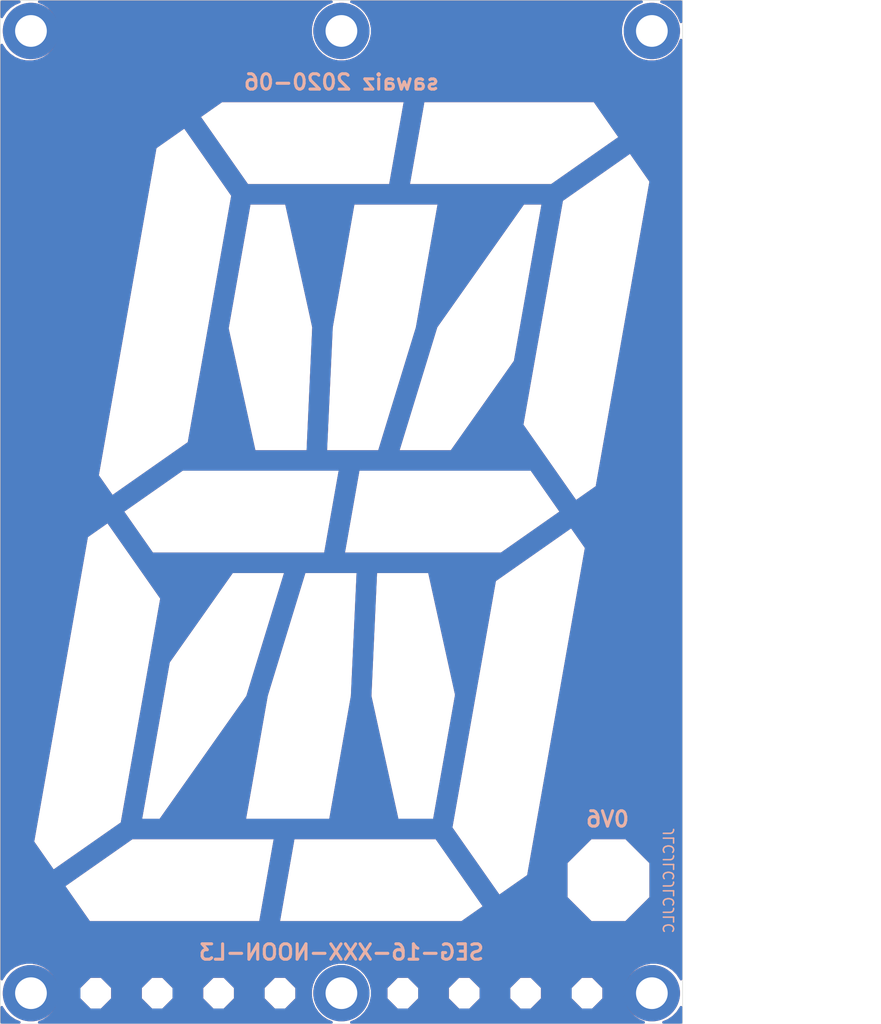
<source format=kicad_pcb>
(kicad_pcb (version 20171130) (host pcbnew "(5.1.2)-2")

  (general
    (thickness 1.6)
    (drawings 59)
    (tracks 0)
    (zones 0)
    (modules 6)
    (nets 1)
  )

  (page A4)
  (layers
    (0 F.Cu signal)
    (31 B.Cu signal)
    (32 B.Adhes user)
    (33 F.Adhes user)
    (34 B.Paste user)
    (35 F.Paste user)
    (36 B.SilkS user)
    (37 F.SilkS user)
    (38 B.Mask user)
    (39 F.Mask user)
    (40 Dwgs.User user)
    (41 Cmts.User user)
    (42 Eco1.User user)
    (43 Eco2.User user)
    (44 Edge.Cuts user)
    (45 Margin user)
    (46 B.CrtYd user)
    (47 F.CrtYd user)
    (48 B.Fab user)
    (49 F.Fab user)
  )

  (setup
    (last_trace_width 0.127)
    (user_trace_width 0.3)
    (user_trace_width 0.4)
    (user_trace_width 0.5)
    (user_trace_width 1)
    (user_trace_width 2)
    (trace_clearance 0.127)
    (zone_clearance 0)
    (zone_45_only no)
    (trace_min 0.127)
    (via_size 0.45)
    (via_drill 0.3)
    (via_min_size 0.45)
    (via_min_drill 0.3)
    (user_via 1 0.5)
    (uvia_size 0.3)
    (uvia_drill 0.1)
    (uvias_allowed no)
    (uvia_min_size 0.2)
    (uvia_min_drill 0.1)
    (edge_width 0.15)
    (segment_width 0.2)
    (pcb_text_width 0.3)
    (pcb_text_size 1.5 1.5)
    (mod_edge_width 0.15)
    (mod_text_size 1 1)
    (mod_text_width 0.15)
    (pad_size 1.524 1.524)
    (pad_drill 0.762)
    (pad_to_mask_clearance 0.051)
    (solder_mask_min_width 0.25)
    (aux_axis_origin 0 0)
    (visible_elements 7EFDFFFF)
    (pcbplotparams
      (layerselection 0x010fc_ffffffff)
      (usegerberextensions false)
      (usegerberattributes false)
      (usegerberadvancedattributes false)
      (creategerberjobfile false)
      (excludeedgelayer true)
      (linewidth 0.100000)
      (plotframeref false)
      (viasonmask false)
      (mode 1)
      (useauxorigin false)
      (hpglpennumber 1)
      (hpglpenspeed 20)
      (hpglpendiameter 15.000000)
      (psnegative false)
      (psa4output false)
      (plotreference true)
      (plotvalue true)
      (plotinvisibletext false)
      (padsonsilk false)
      (subtractmaskfromsilk false)
      (outputformat 1)
      (mirror false)
      (drillshape 0)
      (scaleselection 1)
      (outputdirectory "./gerbers"))
  )

  (net 0 "")

  (net_class Default "This is the default net class."
    (clearance 0.127)
    (trace_width 0.127)
    (via_dia 0.45)
    (via_drill 0.3)
    (uvia_dia 0.3)
    (uvia_drill 0.1)
  )

  (module M3:M3-3.1-Tented (layer F.Cu) (tedit 5ED8D6EE) (tstamp 5CE116C1)
    (at 30.3333 47)
    (path /5CD4A943)
    (fp_text reference H6 (at 0 0) (layer Eco2.User) hide
      (effects (font (size 1 1) (thickness 0.15)))
    )
    (fp_text value M3 (at 0 -3.5) (layer Eco2.User) hide
      (effects (font (size 1 1) (thickness 0.15)))
    )
    (fp_circle (center 0 0) (end 0.775 0) (layer B.Mask) (width 1.55))
    (fp_circle (center 0 0) (end 0.775 0) (layer F.Mask) (width 1.55))
    (fp_circle (center 0 0) (end 2.75 0) (layer F.Fab) (width 0.12))
    (fp_circle (center 0 0) (end 2.75 0) (layer F.CrtYd) (width 0.05))
    (fp_text user %R (at 0 0) (layer F.Fab)
      (effects (font (size 1 1) (thickness 0.15)))
    )
    (pad 1 thru_hole circle (at 0 0) (size 5.5 5.5) (drill 3.1) (layers *.Cu))
    (model ${KIPRJMOD}/components/M3/M3x8-SS-SocketHead.stp
      (offset (xyz 0 0 -8))
      (scale (xyz 1 1 1))
      (rotate (xyz 180 0 0))
    )
  )

  (module M3:M3-3.1-Tented (layer F.Cu) (tedit 5ED8D6EE) (tstamp 5CE116D6)
    (at 0 47)
    (path /5CD4A93D)
    (fp_text reference H5 (at 0 0) (layer Eco2.User) hide
      (effects (font (size 1 1) (thickness 0.15)))
    )
    (fp_text value M3 (at 0 -3.5) (layer Eco2.User) hide
      (effects (font (size 1 1) (thickness 0.15)))
    )
    (fp_circle (center 0 0) (end 0.775 0) (layer B.Mask) (width 1.55))
    (fp_circle (center 0 0) (end 0.775 0) (layer F.Mask) (width 1.55))
    (fp_circle (center 0 0) (end 2.75 0) (layer F.Fab) (width 0.12))
    (fp_circle (center 0 0) (end 2.75 0) (layer F.CrtYd) (width 0.05))
    (fp_text user %R (at 0 0) (layer F.Fab)
      (effects (font (size 1 1) (thickness 0.15)))
    )
    (pad 1 thru_hole circle (at 0 0) (size 5.5 5.5) (drill 3.1) (layers *.Cu))
    (model ${KIPRJMOD}/components/M3/M3x8-SS-SocketHead.stp
      (offset (xyz 0 0 -8))
      (scale (xyz 1 1 1))
      (rotate (xyz 180 0 0))
    )
  )

  (module M3:M3-3.1-Tented locked (layer F.Cu) (tedit 5ED8D6EE) (tstamp 5CE116EB)
    (at -30.3333 47)
    (path /5CD4A937)
    (fp_text reference H4 (at 0 0) (layer Eco2.User) hide
      (effects (font (size 1 1) (thickness 0.15)))
    )
    (fp_text value M3 (at 0 -3.5) (layer Eco2.User) hide
      (effects (font (size 1 1) (thickness 0.15)))
    )
    (fp_circle (center 0 0) (end 0.775 0) (layer B.Mask) (width 1.55))
    (fp_circle (center 0 0) (end 0.775 0) (layer F.Mask) (width 1.55))
    (fp_circle (center 0 0) (end 2.75 0) (layer F.Fab) (width 0.12))
    (fp_circle (center 0 0) (end 2.75 0) (layer F.CrtYd) (width 0.05))
    (fp_text user %R (at 0 0) (layer F.Fab)
      (effects (font (size 1 1) (thickness 0.15)))
    )
    (pad 1 thru_hole circle (at 0 0) (size 5.5 5.5) (drill 3.1) (layers *.Cu))
    (model ${KIPRJMOD}/components/M3/M3x8-SS-SocketHead.stp
      (offset (xyz 0 0 -8))
      (scale (xyz 1 1 1))
      (rotate (xyz 180 0 0))
    )
  )

  (module M3:M3-3.1-Tented locked (layer F.Cu) (tedit 5ED8D6EE) (tstamp 5CE11700)
    (at 30.3333 -47)
    (path /5CD48F05)
    (fp_text reference H3 (at 0 0) (layer Eco2.User) hide
      (effects (font (size 1 1) (thickness 0.15)))
    )
    (fp_text value M3 (at 0 -3.5) (layer Eco2.User) hide
      (effects (font (size 1 1) (thickness 0.15)))
    )
    (fp_circle (center 0 0) (end 0.775 0) (layer B.Mask) (width 1.55))
    (fp_circle (center 0 0) (end 0.775 0) (layer F.Mask) (width 1.55))
    (fp_circle (center 0 0) (end 2.75 0) (layer F.Fab) (width 0.12))
    (fp_circle (center 0 0) (end 2.75 0) (layer F.CrtYd) (width 0.05))
    (fp_text user %R (at 0 0) (layer F.Fab)
      (effects (font (size 1 1) (thickness 0.15)))
    )
    (pad 1 thru_hole circle (at 0 0) (size 5.5 5.5) (drill 3.1) (layers *.Cu))
    (model ${KIPRJMOD}/components/M3/M3x8-SS-SocketHead.stp
      (offset (xyz 0 0 -8))
      (scale (xyz 1 1 1))
      (rotate (xyz 180 0 0))
    )
  )

  (module M3:M3-3.1-Tented locked (layer F.Cu) (tedit 5ED8D6EE) (tstamp 5CE11715)
    (at 0 -47)
    (path /5CD48EC9)
    (fp_text reference H2 (at 0 0) (layer Eco2.User) hide
      (effects (font (size 1 1) (thickness 0.15)))
    )
    (fp_text value M3 (at 0 -3.5) (layer Eco2.User) hide
      (effects (font (size 1 1) (thickness 0.15)))
    )
    (fp_circle (center 0 0) (end 0.775 0) (layer B.Mask) (width 1.55))
    (fp_circle (center 0 0) (end 0.775 0) (layer F.Mask) (width 1.55))
    (fp_circle (center 0 0) (end 2.75 0) (layer F.Fab) (width 0.12))
    (fp_circle (center 0 0) (end 2.75 0) (layer F.CrtYd) (width 0.05))
    (fp_text user %R (at 0 0) (layer F.Fab)
      (effects (font (size 1 1) (thickness 0.15)))
    )
    (pad 1 thru_hole circle (at 0 0) (size 5.5 5.5) (drill 3.1) (layers *.Cu))
    (model ${KIPRJMOD}/components/M3/M3x8-SS-SocketHead.stp
      (offset (xyz 0 0 -8))
      (scale (xyz 1 1 1))
      (rotate (xyz 180 0 0))
    )
  )

  (module M3:M3-3.1-Tented locked (layer F.Cu) (tedit 5ED8D6EE) (tstamp 5CE1172A)
    (at -30.3333 -47)
    (path /5CD48DDB)
    (fp_text reference H1 (at 0 0) (layer Eco2.User) hide
      (effects (font (size 1 1) (thickness 0.15)))
    )
    (fp_text value M3 (at 0 -3.5) (layer Eco2.User) hide
      (effects (font (size 1 1) (thickness 0.15)))
    )
    (fp_circle (center 0 0) (end 0.775 0) (layer B.Mask) (width 1.55))
    (fp_circle (center 0 0) (end 0.775 0) (layer F.Mask) (width 1.55))
    (fp_circle (center 0 0) (end 2.75 0) (layer F.Fab) (width 0.12))
    (fp_circle (center 0 0) (end 2.75 0) (layer F.CrtYd) (width 0.05))
    (fp_text user %R (at 0 0) (layer F.Fab)
      (effects (font (size 1 1) (thickness 0.15)))
    )
    (pad 1 thru_hole circle (at 0 0) (size 5.5 5.5) (drill 3.1) (layers *.Cu))
    (model ${KIPRJMOD}/components/M3/M3x8-SS-SocketHead.stp
      (offset (xyz 0 0 -8))
      (scale (xyz 1 1 1))
      (rotate (xyz 180 0 0))
    )
  )

  (gr_text 0V6 (at 26 30) (layer B.SilkS) (tstamp 5ED636DF)
    (effects (font (size 1.5 1.5) (thickness 0.3)) (justify mirror))
  )
  (gr_text SEG-16-XXX-NOON-L3 (at 0 43) (layer B.SilkS) (tstamp 5ED63673)
    (effects (font (size 1.5 1.5) (thickness 0.3)) (justify mirror))
  )
  (gr_text "2 Layer FR4 1.6mm 1oz\nWhite Silk Black Mask" (at 34 -48) (layer Dwgs.User) (tstamp 5ED63653)
    (effects (font (size 1 1) (thickness 0.15)) (justify left))
  )
  (gr_poly (pts (xy 23.5 48.5) (xy 22.5 47.5) (xy 22.5 46.5) (xy 23.5 45.5) (xy 24.5 45.5) (xy 25.5 46.5) (xy 25.5 47.5) (xy 24.5 48.5)) (layer F.Mask) (width 0) (tstamp 5ED6183A))
  (gr_poly (pts (xy 23.5 48.5) (xy 22.5 47.5) (xy 22.5 46.5) (xy 23.5 45.5) (xy 24.5 45.5) (xy 25.5 46.5) (xy 25.5 47.5) (xy 24.5 48.5)) (layer B.Mask) (width 0) (tstamp 5ED61839))
  (gr_poly (pts (xy 17.5 48.5) (xy 16.5 47.5) (xy 16.5 46.5) (xy 17.5 45.5) (xy 18.5 45.5) (xy 19.5 46.5) (xy 19.5 47.5) (xy 18.5 48.5)) (layer F.Mask) (width 0) (tstamp 5ED6183A))
  (gr_poly (pts (xy 17.5 48.5) (xy 16.5 47.5) (xy 16.5 46.5) (xy 17.5 45.5) (xy 18.5 45.5) (xy 19.5 46.5) (xy 19.5 47.5) (xy 18.5 48.5)) (layer B.Mask) (width 0) (tstamp 5ED61839))
  (gr_poly (pts (xy 11.5 48.5) (xy 10.5 47.5) (xy 10.5 46.5) (xy 11.5 45.5) (xy 12.5 45.5) (xy 13.5 46.5) (xy 13.5 47.5) (xy 12.5 48.5)) (layer F.Mask) (width 0) (tstamp 5ED6183A))
  (gr_poly (pts (xy 11.5 48.5) (xy 10.5 47.5) (xy 10.5 46.5) (xy 11.5 45.5) (xy 12.5 45.5) (xy 13.5 46.5) (xy 13.5 47.5) (xy 12.5 48.5)) (layer B.Mask) (width 0) (tstamp 5ED61839))
  (gr_poly (pts (xy 5.5 48.5) (xy 4.5 47.5) (xy 4.5 46.5) (xy 5.5 45.5) (xy 6.5 45.5) (xy 7.5 46.5) (xy 7.5 47.5) (xy 6.5 48.5)) (layer F.Mask) (width 0) (tstamp 5ED6183A))
  (gr_poly (pts (xy 5.5 48.5) (xy 4.5 47.5) (xy 4.5 46.5) (xy 5.5 45.5) (xy 6.5 45.5) (xy 7.5 46.5) (xy 7.5 47.5) (xy 6.5 48.5)) (layer B.Mask) (width 0) (tstamp 5ED61839))
  (gr_poly (pts (xy -6.5 48.5) (xy -7.5 47.5) (xy -7.5 46.5) (xy -6.5 45.5) (xy -5.5 45.5) (xy -4.5 46.5) (xy -4.5 47.5) (xy -5.5 48.5)) (layer F.Mask) (width 0) (tstamp 5ED6183A))
  (gr_poly (pts (xy -6.5 48.5) (xy -7.5 47.5) (xy -7.5 46.5) (xy -6.5 45.5) (xy -5.5 45.5) (xy -4.5 46.5) (xy -4.5 47.5) (xy -5.5 48.5)) (layer B.Mask) (width 0) (tstamp 5ED61839))
  (gr_poly (pts (xy -12.5 48.5) (xy -13.5 47.5) (xy -13.5 46.5) (xy -12.5 45.5) (xy -11.5 45.5) (xy -10.5 46.5) (xy -10.5 47.5) (xy -11.5 48.5)) (layer F.Mask) (width 0) (tstamp 5ED6183A))
  (gr_poly (pts (xy -12.5 48.5) (xy -13.5 47.5) (xy -13.5 46.5) (xy -12.5 45.5) (xy -11.5 45.5) (xy -10.5 46.5) (xy -10.5 47.5) (xy -11.5 48.5)) (layer B.Mask) (width 0) (tstamp 5ED61839))
  (gr_poly (pts (xy -18.5 48.5) (xy -19.5 47.5) (xy -19.5 46.5) (xy -18.5 45.5) (xy -17.5 45.5) (xy -16.5 46.5) (xy -16.5 47.5) (xy -17.5 48.5)) (layer F.Mask) (width 0) (tstamp 5ED6183A))
  (gr_poly (pts (xy -18.5 48.5) (xy -19.5 47.5) (xy -19.5 46.5) (xy -18.5 45.5) (xy -17.5 45.5) (xy -16.5 46.5) (xy -16.5 47.5) (xy -17.5 48.5)) (layer B.Mask) (width 0) (tstamp 5ED61839))
  (gr_poly (pts (xy -24.5 48.5) (xy -25.5 47.5) (xy -25.5 46.5) (xy -24.5 45.5) (xy -23.5 45.5) (xy -22.5 46.5) (xy -22.5 47.5) (xy -23.5 48.5)) (layer F.Mask) (width 0) (tstamp 5ED6181F))
  (gr_poly (pts (xy -24.5 48.5) (xy -25.5 47.5) (xy -25.5 46.5) (xy -24.5 45.5) (xy -23.5 45.5) (xy -22.5 46.5) (xy -22.5 47.5) (xy -23.5 48.5)) (layer B.Mask) (width 0))
  (gr_text JLCJLCJLCJLC (at 32 36 90) (layer B.SilkS)
    (effects (font (size 1 1) (thickness 0.15)) (justify mirror))
  )
  (gr_text "sawaiz 2020-06" (at 0 -42) (layer B.SilkS)
    (effects (font (size 1.5 1.5) (thickness 0.3)) (justify mirror))
  )
  (gr_poly (pts (xy -15.0123 -6.829) (xy -22.3613 -1.6805) (xy -23.70081 -3.5961) (xy -18.0702 -35.5472) (xy -15.3554 -37.4518) (xy -10.7679 -30.8951)) (layer F.Mask) (width 0.1))
  (gr_poly (pts (xy -11.6513 -40.0451) (xy 6.0815 -40.0451) (xy 4.6676 -32.0441) (xy -9.1281 -32.0441) (xy -13.7155 -38.5956)) (layer F.Mask) (width 0.1))
  (gr_poly (pts (xy 20.4956 -32.0441) (xy 6.6999 -32.0441) (xy 8.1072 -40.0451) (xy 24.6602 -40.0451) (xy 27.0467 -36.6316)) (layer F.Mask) (width 0.1))
  (gr_poly (pts (xy 28.1947 -34.9919) (xy 30.0951 -32.2759) (xy 24.8503 -2.5321) (xy 22.9348 -1.1874) (xy 17.7863 -8.5431) (xy 21.6436 -30.403)) (layer F.Mask) (width 0.1))
  (gr_poly (pts (xy 22.4426 1.595) (xy 23.7864 3.5106) (xy 18.1514 35.4617) (xy 15.4368 37.362) (xy 10.8479 30.8108) (xy 15.0925 6.7434)) (layer F.Mask) (width 0.1))
  (gr_poly (pts (xy 9.2082 31.9587) (xy 13.7957 38.5099) (xy 11.7327 39.9555) (xy -5.9944 39.9555) (xy -4.5874 31.9587)) (layer F.Mask) (width 0.1))
  (gr_poly (pts (xy -26.96538 36.5462) (xy -20.4142 31.9587) (xy -6.6186 31.9587) (xy -8.027 39.9555) (xy -24.57863 39.9555)) (layer F.Mask) (width 0.1))
  (gr_poly (pts (xy -24.77018 2.4466) (xy -22.8547 1.1032) (xy -17.705 8.4534) (xy -21.558 30.3188) (xy -28.11466 34.9063) (xy -30.0136 32.1916)) (layer F.Mask) (width 0.1))
  (gr_poly (pts (xy -8.4032 -6.0405) (xy -11.016 -17.9468) (xy -8.8841 -30.0435) (xy -5.4873 -30.0435) (xy -2.8511 -18.042) (xy -3.4023 -6.0405)) (layer F.Mask) (width 0.1))
  (gr_poly (pts (xy 1.2706 -30.0435) (xy 9.3927 -30.0435) (xy 7.276 -18.042) (xy 3.5994 -6.0405) (xy -1.4014 -6.0405) (xy -0.8461 -18.042)) (layer F.Mask) (width 0.1))
  (gr_poly (pts (xy 9.3666 -18.042) (xy 17.8389 -30.0435) (xy 19.5474 -30.0435) (xy 16.855 -14.7774) (xy 10.6895 -6.0405) (xy 5.6885 -6.0405)) (layer F.Mask) (width 0.1))
  (gr_poly (pts (xy 21.295 -0.0447) (xy 15.5843 3.9554) (xy 0.3501 3.9554) (xy 1.7626 -4.0452) (xy 18.4947 -4.0452)) (layer F.Mask) (width 0.1))
  (gr_poly (pts (xy 3.4822 5.955) (xy 8.4832 5.955) (xy 11.1029 17.8559) (xy 8.9641 29.9592) (xy 5.5675 29.9592) (xy 2.9326 17.9579)) (layer F.Mask) (width 0.1))
  (gr_poly (pts (xy -9.2865 17.9565) (xy -17.7587 29.9592) (xy -19.4675 29.9592) (xy -16.7734 14.6919) (xy -10.6094 5.955) (xy -5.6086 5.955)) (layer F.Mask) (width 0.1))
  (gr_poly (pts (xy -1.185 29.9592) (xy -9.3127 29.9592) (xy -7.1961 17.9565) (xy -3.5181 5.955) (xy 1.4828 5.955) (xy 0.9261 17.9565)) (layer F.Mask) (width 0.1))
  (gr_poly (pts (xy -21.2134 -0.0447) (xy -15.4987 -4.0452) (xy -0.2686 -4.0452) (xy -1.6825 3.9554) (xy -18.4146 3.9554)) (layer F.Mask) (width 0.1))
  (gr_poly (pts (xy 24.4383 31.9587) (xy 27.7495 31.9587) (xy 30.0951 34.2973) (xy 30.0951 37.6156) (xy 27.7495 39.9555) (xy 24.4383 39.9555) (xy 22.0927 37.6156) (xy 22.0927 34.2973)) (layer F.Mask) (width 0.1))
  (gr_line (start -33.3333 50) (end -33.3333 -50) (layer Edge.Cuts) (width 0.05))
  (gr_line (start 33.3333 -50) (end -33.3333 -50) (layer Edge.Cuts) (width 0.05))
  (gr_line (start 33.3333 50) (end 33.3333 -50) (layer Edge.Cuts) (width 0.05))
  (gr_line (start -33.3333 50) (end 33.3333 50) (layer Edge.Cuts) (width 0.05))
  (gr_poly (pts (xy -15.0123 -6.829) (xy -22.3613 -1.6805) (xy -23.70081 -3.5961) (xy -18.0702 -35.5472) (xy -15.3554 -37.4518) (xy -10.7679 -30.8951)) (layer B.Mask) (width 0.1))
  (gr_poly (pts (xy -11.6513 -40.0451) (xy 6.0815 -40.0451) (xy 4.6676 -32.0441) (xy -9.1281 -32.0441) (xy -13.7155 -38.5956)) (layer B.Mask) (width 0.1))
  (gr_poly (pts (xy 20.4956 -32.0441) (xy 6.6999 -32.0441) (xy 8.1072 -40.0451) (xy 24.6602 -40.0451) (xy 27.0467 -36.6316)) (layer B.Mask) (width 0.1))
  (gr_poly (pts (xy 28.1947 -34.9919) (xy 30.0951 -32.2759) (xy 24.8503 -2.5321) (xy 22.9348 -1.1874) (xy 17.7863 -8.5431) (xy 21.6436 -30.403)) (layer B.Mask) (width 0.1))
  (gr_poly (pts (xy 22.4426 1.595) (xy 23.7864 3.5106) (xy 18.1514 35.4617) (xy 15.4368 37.362) (xy 10.8479 30.8108) (xy 15.0925 6.7434)) (layer B.Mask) (width 0.1))
  (gr_poly (pts (xy 9.2082 31.9587) (xy 13.7957 38.5099) (xy 11.7327 39.9555) (xy -5.9944 39.9555) (xy -4.5874 31.9587)) (layer B.Mask) (width 0.1))
  (gr_poly (pts (xy -26.96538 36.5462) (xy -20.4142 31.9587) (xy -6.6186 31.9587) (xy -8.027 39.9555) (xy -24.57863 39.9555)) (layer B.Mask) (width 0.1))
  (gr_poly (pts (xy -24.77018 2.4466) (xy -22.8547 1.1032) (xy -17.705 8.4534) (xy -21.558 30.3188) (xy -28.11466 34.9063) (xy -30.0136 32.1916)) (layer B.Mask) (width 0.1))
  (gr_poly (pts (xy -8.4032 -6.0405) (xy -11.016 -17.9468) (xy -8.8841 -30.0435) (xy -5.4873 -30.0435) (xy -2.8511 -18.042) (xy -3.4023 -6.0405)) (layer B.Mask) (width 0.1))
  (gr_poly (pts (xy 1.2706 -30.0435) (xy 9.3927 -30.0435) (xy 7.276 -18.042) (xy 3.5994 -6.0405) (xy -1.4014 -6.0405) (xy -0.8461 -18.042)) (layer B.Mask) (width 0.1))
  (gr_poly (pts (xy 9.3666 -18.042) (xy 17.8389 -30.0435) (xy 19.5474 -30.0435) (xy 16.855 -14.7774) (xy 10.6895 -6.0405) (xy 5.6885 -6.0405)) (layer B.Mask) (width 0.1))
  (gr_poly (pts (xy 21.295 -0.0447) (xy 15.5843 3.9554) (xy 0.3501 3.9554) (xy 1.7626 -4.0452) (xy 18.4947 -4.0452)) (layer B.Mask) (width 0.1))
  (gr_poly (pts (xy 3.4822 5.955) (xy 8.4832 5.955) (xy 11.1029 17.8559) (xy 8.9641 29.9592) (xy 5.5675 29.9592) (xy 2.9326 17.9579)) (layer B.Mask) (width 0.1))
  (gr_poly (pts (xy -9.2865 17.9565) (xy -17.7587 29.9592) (xy -19.4675 29.9592) (xy -16.7734 14.6919) (xy -10.6094 5.955) (xy -5.6086 5.955)) (layer B.Mask) (width 0.1))
  (gr_poly (pts (xy -1.185 29.9592) (xy -9.3127 29.9592) (xy -7.1961 17.9565) (xy -3.5181 5.955) (xy 1.4828 5.955) (xy 0.9261 17.9565)) (layer B.Mask) (width 0.1))
  (gr_poly (pts (xy -21.2134 -0.0447) (xy -15.4987 -4.0452) (xy -0.2686 -4.0452) (xy -1.6825 3.9554) (xy -18.4146 3.9554)) (layer B.Mask) (width 0.1))
  (gr_poly (pts (xy 24.4383 31.9587) (xy 27.7495 31.9587) (xy 30.0951 34.2973) (xy 30.0951 37.6156) (xy 27.7495 39.9555) (xy 24.4383 39.9555) (xy 22.0927 37.6156) (xy 22.0927 34.2973)) (layer B.Mask) (width 0.1))

  (zone (net 0) (net_name "") (layer B.Cu) (tstamp 5ED8EB65) (hatch edge 0.508)
    (connect_pads (clearance 0))
    (min_thickness 0.254)
    (fill yes (arc_segments 32) (thermal_gap 0.508) (thermal_bridge_width 0.508))
    (polygon
      (pts
        (xy 33.3333 50) (xy 33.3333 -50) (xy -33.3333 -50) (xy -33.3333 50)
      )
    )
    (filled_polygon
      (pts
        (xy -33.16211 48.422928) (xy -32.833359 48.914938) (xy -32.414938 49.333359) (xy -31.922928 49.66211) (xy -31.47415 49.848)
        (xy -33.1813 49.848) (xy -33.1813 48.376599)
      )
    )
    (filled_polygon
      (pts
        (xy 33.1813 49.848) (xy 31.47415 49.848) (xy 31.922928 49.66211) (xy 32.414938 49.333359) (xy 32.833359 48.914938)
        (xy 33.16211 48.422928) (xy 33.1813 48.376599)
      )
    )
    (filled_polygon
      (pts
        (xy -1.422928 -49.66211) (xy -1.914938 -49.333359) (xy -2.333359 -48.914938) (xy -2.66211 -48.422928) (xy -2.888558 -47.876234)
        (xy -3.004 -47.295868) (xy -3.004 -46.704132) (xy -2.888558 -46.123766) (xy -2.66211 -45.577072) (xy -2.333359 -45.085062)
        (xy -1.914938 -44.666641) (xy -1.422928 -44.33789) (xy -0.876234 -44.111442) (xy -0.295868 -43.996) (xy 0.295868 -43.996)
        (xy 0.876234 -44.111442) (xy 1.422928 -44.33789) (xy 1.914938 -44.666641) (xy 2.333359 -45.085062) (xy 2.66211 -45.577072)
        (xy 2.888558 -46.123766) (xy 3.004 -46.704132) (xy 3.004 -47.295868) (xy 2.888558 -47.876234) (xy 2.66211 -48.422928)
        (xy 2.333359 -48.914938) (xy 1.914938 -49.333359) (xy 1.422928 -49.66211) (xy 0.97415 -49.848) (xy 29.32585 -49.848)
        (xy 28.877072 -49.66211) (xy 28.385062 -49.333359) (xy 27.966641 -48.914938) (xy 27.63789 -48.422928) (xy 27.411442 -47.876234)
        (xy 27.296 -47.295868) (xy 27.296 -46.704132) (xy 27.411442 -46.123766) (xy 27.63789 -45.577072) (xy 27.966641 -45.085062)
        (xy 28.385062 -44.666641) (xy 28.877072 -44.33789) (xy 29.423766 -44.111442) (xy 30.004132 -43.996) (xy 30.595868 -43.996)
        (xy 31.176234 -44.111442) (xy 31.722928 -44.33789) (xy 32.214938 -44.666641) (xy 32.633359 -45.085062) (xy 32.96211 -45.577072)
        (xy 33.181301 -46.106246) (xy 33.1813 45.623401) (xy 33.16211 45.577072) (xy 32.833359 45.085062) (xy 32.414938 44.666641)
        (xy 31.922928 44.33789) (xy 31.376234 44.111442) (xy 30.795868 43.996) (xy 30.204132 43.996) (xy 29.623766 44.111442)
        (xy 29.077072 44.33789) (xy 28.585062 44.666641) (xy 28.166641 45.085062) (xy 27.83789 45.577072) (xy 27.611442 46.123766)
        (xy 27.496 46.704132) (xy 27.496 47.295868) (xy 27.611442 47.876234) (xy 27.83789 48.422928) (xy 28.166641 48.914938)
        (xy 28.585062 49.333359) (xy 29.077072 49.66211) (xy 29.52585 49.848) (xy 0.97415 49.848) (xy 1.422928 49.66211)
        (xy 1.914938 49.333359) (xy 2.333359 48.914938) (xy 2.66211 48.422928) (xy 2.888558 47.876234) (xy 3.004 47.295868)
        (xy 3.004 46.704132) (xy 2.963396 46.5) (xy 4.373 46.5) (xy 4.373 47.5) (xy 4.37544 47.524776)
        (xy 4.382667 47.548601) (xy 4.394403 47.570557) (xy 4.410197 47.589803) (xy 5.410197 48.589803) (xy 5.429443 48.605597)
        (xy 5.451399 48.617333) (xy 5.475224 48.62456) (xy 5.5 48.627) (xy 6.5 48.627) (xy 6.524776 48.62456)
        (xy 6.548601 48.617333) (xy 6.570557 48.605597) (xy 6.589803 48.589803) (xy 7.589803 47.589803) (xy 7.605597 47.570557)
        (xy 7.617333 47.548601) (xy 7.62456 47.524776) (xy 7.627 47.5) (xy 7.627 46.5) (xy 10.373 46.5)
        (xy 10.373 47.5) (xy 10.37544 47.524776) (xy 10.382667 47.548601) (xy 10.394403 47.570557) (xy 10.410197 47.589803)
        (xy 11.410197 48.589803) (xy 11.429443 48.605597) (xy 11.451399 48.617333) (xy 11.475224 48.62456) (xy 11.5 48.627)
        (xy 12.5 48.627) (xy 12.524776 48.62456) (xy 12.548601 48.617333) (xy 12.570557 48.605597) (xy 12.589803 48.589803)
        (xy 13.589803 47.589803) (xy 13.605597 47.570557) (xy 13.617333 47.548601) (xy 13.62456 47.524776) (xy 13.627 47.5)
        (xy 13.627 46.5) (xy 16.373 46.5) (xy 16.373 47.5) (xy 16.37544 47.524776) (xy 16.382667 47.548601)
        (xy 16.394403 47.570557) (xy 16.410197 47.589803) (xy 17.410197 48.589803) (xy 17.429443 48.605597) (xy 17.451399 48.617333)
        (xy 17.475224 48.62456) (xy 17.5 48.627) (xy 18.5 48.627) (xy 18.524776 48.62456) (xy 18.548601 48.617333)
        (xy 18.570557 48.605597) (xy 18.589803 48.589803) (xy 19.589803 47.589803) (xy 19.605597 47.570557) (xy 19.617333 47.548601)
        (xy 19.62456 47.524776) (xy 19.627 47.5) (xy 19.627 46.5) (xy 22.373 46.5) (xy 22.373 47.5)
        (xy 22.37544 47.524776) (xy 22.382667 47.548601) (xy 22.394403 47.570557) (xy 22.410197 47.589803) (xy 23.410197 48.589803)
        (xy 23.429443 48.605597) (xy 23.451399 48.617333) (xy 23.475224 48.62456) (xy 23.5 48.627) (xy 24.5 48.627)
        (xy 24.524776 48.62456) (xy 24.548601 48.617333) (xy 24.570557 48.605597) (xy 24.589803 48.589803) (xy 25.589803 47.589803)
        (xy 25.605597 47.570557) (xy 25.617333 47.548601) (xy 25.62456 47.524776) (xy 25.627 47.5) (xy 25.627 46.5)
        (xy 25.62456 46.475224) (xy 25.617333 46.451399) (xy 25.605597 46.429443) (xy 25.589803 46.410197) (xy 24.589803 45.410197)
        (xy 24.570557 45.394403) (xy 24.548601 45.382667) (xy 24.524776 45.37544) (xy 24.5 45.373) (xy 23.5 45.373)
        (xy 23.475224 45.37544) (xy 23.451399 45.382667) (xy 23.429443 45.394403) (xy 23.410197 45.410197) (xy 22.410197 46.410197)
        (xy 22.394403 46.429443) (xy 22.382667 46.451399) (xy 22.37544 46.475224) (xy 22.373 46.5) (xy 19.627 46.5)
        (xy 19.62456 46.475224) (xy 19.617333 46.451399) (xy 19.605597 46.429443) (xy 19.589803 46.410197) (xy 18.589803 45.410197)
        (xy 18.570557 45.394403) (xy 18.548601 45.382667) (xy 18.524776 45.37544) (xy 18.5 45.373) (xy 17.5 45.373)
        (xy 17.475224 45.37544) (xy 17.451399 45.382667) (xy 17.429443 45.394403) (xy 17.410197 45.410197) (xy 16.410197 46.410197)
        (xy 16.394403 46.429443) (xy 16.382667 46.451399) (xy 16.37544 46.475224) (xy 16.373 46.5) (xy 13.627 46.5)
        (xy 13.62456 46.475224) (xy 13.617333 46.451399) (xy 13.605597 46.429443) (xy 13.589803 46.410197) (xy 12.589803 45.410197)
        (xy 12.570557 45.394403) (xy 12.548601 45.382667) (xy 12.524776 45.37544) (xy 12.5 45.373) (xy 11.5 45.373)
        (xy 11.475224 45.37544) (xy 11.451399 45.382667) (xy 11.429443 45.394403) (xy 11.410197 45.410197) (xy 10.410197 46.410197)
        (xy 10.394403 46.429443) (xy 10.382667 46.451399) (xy 10.37544 46.475224) (xy 10.373 46.5) (xy 7.627 46.5)
        (xy 7.62456 46.475224) (xy 7.617333 46.451399) (xy 7.605597 46.429443) (xy 7.589803 46.410197) (xy 6.589803 45.410197)
        (xy 6.570557 45.394403) (xy 6.548601 45.382667) (xy 6.524776 45.37544) (xy 6.5 45.373) (xy 5.5 45.373)
        (xy 5.475224 45.37544) (xy 5.451399 45.382667) (xy 5.429443 45.394403) (xy 5.410197 45.410197) (xy 4.410197 46.410197)
        (xy 4.394403 46.429443) (xy 4.382667 46.451399) (xy 4.37544 46.475224) (xy 4.373 46.5) (xy 2.963396 46.5)
        (xy 2.888558 46.123766) (xy 2.66211 45.577072) (xy 2.333359 45.085062) (xy 1.914938 44.666641) (xy 1.422928 44.33789)
        (xy 0.876234 44.111442) (xy 0.295868 43.996) (xy -0.295868 43.996) (xy -0.876234 44.111442) (xy -1.422928 44.33789)
        (xy -1.914938 44.666641) (xy -2.333359 45.085062) (xy -2.66211 45.577072) (xy -2.888558 46.123766) (xy -3.004 46.704132)
        (xy -3.004 47.295868) (xy -2.888558 47.876234) (xy -2.66211 48.422928) (xy -2.333359 48.914938) (xy -1.914938 49.333359)
        (xy -1.422928 49.66211) (xy -0.97415 49.848) (xy -29.52585 49.848) (xy -29.077072 49.66211) (xy -28.585062 49.333359)
        (xy -28.166641 48.914938) (xy -27.83789 48.422928) (xy -27.611442 47.876234) (xy -27.496 47.295868) (xy -27.496 46.704132)
        (xy -27.536604 46.5) (xy -25.627 46.5) (xy -25.627 47.5) (xy -25.62456 47.524776) (xy -25.617333 47.548601)
        (xy -25.605597 47.570557) (xy -25.589803 47.589803) (xy -24.589803 48.589803) (xy -24.570557 48.605597) (xy -24.548601 48.617333)
        (xy -24.524776 48.62456) (xy -24.5 48.627) (xy -23.5 48.627) (xy -23.475224 48.62456) (xy -23.451399 48.617333)
        (xy -23.429443 48.605597) (xy -23.410197 48.589803) (xy -22.410197 47.589803) (xy -22.394403 47.570557) (xy -22.382667 47.548601)
        (xy -22.37544 47.524776) (xy -22.373 47.5) (xy -22.373 46.5) (xy -19.627 46.5) (xy -19.627 47.5)
        (xy -19.62456 47.524776) (xy -19.617333 47.548601) (xy -19.605597 47.570557) (xy -19.589803 47.589803) (xy -18.589803 48.589803)
        (xy -18.570557 48.605597) (xy -18.548601 48.617333) (xy -18.524776 48.62456) (xy -18.5 48.627) (xy -17.5 48.627)
        (xy -17.475224 48.62456) (xy -17.451399 48.617333) (xy -17.429443 48.605597) (xy -17.410197 48.589803) (xy -16.410197 47.589803)
        (xy -16.394403 47.570557) (xy -16.382667 47.548601) (xy -16.37544 47.524776) (xy -16.373 47.5) (xy -16.373 46.5)
        (xy -13.627 46.5) (xy -13.627 47.5) (xy -13.62456 47.524776) (xy -13.617333 47.548601) (xy -13.605597 47.570557)
        (xy -13.589803 47.589803) (xy -12.589803 48.589803) (xy -12.570557 48.605597) (xy -12.548601 48.617333) (xy -12.524776 48.62456)
        (xy -12.5 48.627) (xy -11.5 48.627) (xy -11.475224 48.62456) (xy -11.451399 48.617333) (xy -11.429443 48.605597)
        (xy -11.410197 48.589803) (xy -10.410197 47.589803) (xy -10.394403 47.570557) (xy -10.382667 47.548601) (xy -10.37544 47.524776)
        (xy -10.373 47.5) (xy -10.373 46.5) (xy -7.627 46.5) (xy -7.627 47.5) (xy -7.62456 47.524776)
        (xy -7.617333 47.548601) (xy -7.605597 47.570557) (xy -7.589803 47.589803) (xy -6.589803 48.589803) (xy -6.570557 48.605597)
        (xy -6.548601 48.617333) (xy -6.524776 48.62456) (xy -6.5 48.627) (xy -5.5 48.627) (xy -5.475224 48.62456)
        (xy -5.451399 48.617333) (xy -5.429443 48.605597) (xy -5.410197 48.589803) (xy -4.410197 47.589803) (xy -4.394403 47.570557)
        (xy -4.382667 47.548601) (xy -4.37544 47.524776) (xy -4.373 47.5) (xy -4.373 46.5) (xy -4.37544 46.475224)
        (xy -4.382667 46.451399) (xy -4.394403 46.429443) (xy -4.410197 46.410197) (xy -5.410197 45.410197) (xy -5.429443 45.394403)
        (xy -5.451399 45.382667) (xy -5.475224 45.37544) (xy -5.5 45.373) (xy -6.5 45.373) (xy -6.524776 45.37544)
        (xy -6.548601 45.382667) (xy -6.570557 45.394403) (xy -6.589803 45.410197) (xy -7.589803 46.410197) (xy -7.605597 46.429443)
        (xy -7.617333 46.451399) (xy -7.62456 46.475224) (xy -7.627 46.5) (xy -10.373 46.5) (xy -10.37544 46.475224)
        (xy -10.382667 46.451399) (xy -10.394403 46.429443) (xy -10.410197 46.410197) (xy -11.410197 45.410197) (xy -11.429443 45.394403)
        (xy -11.451399 45.382667) (xy -11.475224 45.37544) (xy -11.5 45.373) (xy -12.5 45.373) (xy -12.524776 45.37544)
        (xy -12.548601 45.382667) (xy -12.570557 45.394403) (xy -12.589803 45.410197) (xy -13.589803 46.410197) (xy -13.605597 46.429443)
        (xy -13.617333 46.451399) (xy -13.62456 46.475224) (xy -13.627 46.5) (xy -16.373 46.5) (xy -16.37544 46.475224)
        (xy -16.382667 46.451399) (xy -16.394403 46.429443) (xy -16.410197 46.410197) (xy -17.410197 45.410197) (xy -17.429443 45.394403)
        (xy -17.451399 45.382667) (xy -17.475224 45.37544) (xy -17.5 45.373) (xy -18.5 45.373) (xy -18.524776 45.37544)
        (xy -18.548601 45.382667) (xy -18.570557 45.394403) (xy -18.589803 45.410197) (xy -19.589803 46.410197) (xy -19.605597 46.429443)
        (xy -19.617333 46.451399) (xy -19.62456 46.475224) (xy -19.627 46.5) (xy -22.373 46.5) (xy -22.37544 46.475224)
        (xy -22.382667 46.451399) (xy -22.394403 46.429443) (xy -22.410197 46.410197) (xy -23.410197 45.410197) (xy -23.429443 45.394403)
        (xy -23.451399 45.382667) (xy -23.475224 45.37544) (xy -23.5 45.373) (xy -24.5 45.373) (xy -24.524776 45.37544)
        (xy -24.548601 45.382667) (xy -24.570557 45.394403) (xy -24.589803 45.410197) (xy -25.589803 46.410197) (xy -25.605597 46.429443)
        (xy -25.617333 46.451399) (xy -25.62456 46.475224) (xy -25.627 46.5) (xy -27.536604 46.5) (xy -27.611442 46.123766)
        (xy -27.83789 45.577072) (xy -28.166641 45.085062) (xy -28.585062 44.666641) (xy -29.077072 44.33789) (xy -29.623766 44.111442)
        (xy -30.204132 43.996) (xy -30.795868 43.996) (xy -31.376234 44.111442) (xy -31.922928 44.33789) (xy -32.414938 44.666641)
        (xy -32.833359 45.085062) (xy -33.16211 45.577072) (xy -33.1813 45.623401) (xy -33.1813 36.548959) (xy -27.09235 36.548959)
        (xy -27.089372 36.573676) (xy -27.081629 36.597338) (xy -27.069419 36.619035) (xy -24.682669 40.028335) (xy -24.668433 40.045303)
        (xy -24.649187 40.061097) (xy -24.627231 40.072833) (xy -24.603406 40.08006) (xy -24.57863 40.0825) (xy -8.027 40.0825)
        (xy -7.999487 40.079484) (xy -7.975828 40.071734) (xy -7.954135 40.059518) (xy -7.935242 40.043304) (xy -7.919876 40.023716)
        (xy -7.908626 40.001506) (xy -7.901925 39.977528) (xy -7.898046 39.9555) (xy -6.1214 39.9555) (xy -6.11896 39.980276)
        (xy -6.111733 40.004101) (xy -6.099997 40.026057) (xy -6.084203 40.045303) (xy -6.064957 40.061097) (xy -6.043001 40.072833)
        (xy -6.019176 40.08006) (xy -5.9944 40.0825) (xy 11.7327 40.0825) (xy 11.760231 40.07948) (xy 11.783889 40.071727)
        (xy 11.80558 40.059507) (xy 13.86858 38.613907) (xy 13.887443 38.597719) (xy 13.902813 38.578134) (xy 13.914066 38.555926)
        (xy 13.920771 38.531949) (xy 13.92267 38.507126) (xy 13.919689 38.482408) (xy 13.911943 38.458748) (xy 13.89973 38.437053)
        (xy 9.31223 31.885853) (xy 9.298003 31.868897) (xy 9.278757 31.853103) (xy 9.256801 31.841367) (xy 9.232976 31.83414)
        (xy 9.2082 31.8317) (xy -4.5874 31.8317) (xy -4.614934 31.834721) (xy -4.638592 31.842474) (xy -4.660283 31.854695)
        (xy -4.679173 31.870912) (xy -4.694536 31.890503) (xy -4.705782 31.912714) (xy -4.712479 31.936693) (xy -6.119479 39.933493)
        (xy -6.1214 39.9555) (xy -7.898046 39.9555) (xy -6.493525 31.980728) (xy -6.4916 31.9587) (xy -6.49404 31.933924)
        (xy -6.501267 31.910099) (xy -6.513003 31.888143) (xy -6.528797 31.868897) (xy -6.548043 31.853103) (xy -6.569999 31.841367)
        (xy -6.593824 31.83414) (xy -6.6186 31.8317) (xy -20.4142 31.8317) (xy -20.441692 31.834711) (xy -20.465353 31.842457)
        (xy -20.487048 31.85467) (xy -27.038228 36.44217) (xy -27.057112 36.458369) (xy -27.072484 36.477953) (xy -27.083741 36.500159)
        (xy -27.090449 36.524135) (xy -27.09235 36.548959) (xy -33.1813 36.548959) (xy -33.1813 32.19431) (xy -30.140571 32.19431)
        (xy -30.137603 32.219029) (xy -30.129869 32.242694) (xy -30.117667 32.264395) (xy -28.218727 34.979095) (xy -28.202515 34.998009)
        (xy -28.182936 35.013386) (xy -28.160732 35.024648) (xy -28.136758 35.031363) (xy -28.111935 35.033271) (xy -28.087217 35.030299)
        (xy -28.063553 35.022563) (xy -28.041853 35.010359) (xy -22.043648 30.813593) (xy 10.720931 30.813593) (xy 10.723915 30.838309)
        (xy 10.731664 30.861969) (xy 10.74388 30.883662) (xy 15.33278 37.434862) (xy 15.348967 37.45373) (xy 15.36855 37.469103)
        (xy 15.390756 37.480359) (xy 15.414732 37.487068) (xy 15.439555 37.48897) (xy 15.464273 37.485993) (xy 15.487935 37.478251)
        (xy 15.509632 37.466041) (xy 18.224232 35.565741) (xy 18.243137 35.549525) (xy 18.258508 35.529941) (xy 18.269763 35.507734)
        (xy 18.27647 35.483758) (xy 18.485717 34.2973) (xy 21.9657 34.2973) (xy 21.9657 37.6156) (xy 21.968171 37.640528)
        (xy 21.975427 37.664343) (xy 21.987189 37.686286) (xy 22.003007 37.705512) (xy 24.348607 40.045412) (xy 24.367743 40.061097)
        (xy 24.389699 40.072833) (xy 24.413524 40.08006) (xy 24.4383 40.0825) (xy 27.7495 40.0825) (xy 27.774125 40.08009)
        (xy 27.797958 40.072892) (xy 27.819929 40.061182) (xy 27.839193 40.045412) (xy 30.184793 37.705512) (xy 30.200697 37.686157)
        (xy 30.212433 37.664201) (xy 30.21966 37.640376) (xy 30.2221 37.6156) (xy 30.2221 34.2973) (xy 30.219623 34.272337)
        (xy 30.21236 34.248524) (xy 30.200591 34.226585) (xy 30.184768 34.207363) (xy 27.839168 31.868763) (xy 27.820057 31.853103)
        (xy 27.798101 31.841367) (xy 27.774276 31.83414) (xy 27.7495 31.8317) (xy 24.4383 31.8317) (xy 24.41371 31.834103)
        (xy 24.389875 31.841295) (xy 24.3679 31.852998) (xy 24.348632 31.868763) (xy 22.003032 34.207363) (xy 21.987103 34.226743)
        (xy 21.975367 34.248699) (xy 21.96814 34.272524) (xy 21.9657 34.2973) (xy 18.485717 34.2973) (xy 23.91147 3.532658)
        (xy 23.913367 3.507719) (xy 23.910366 3.483004) (xy 23.9026 3.45935) (xy 23.890369 3.437665) (xy 22.546569 1.522065)
        (xy 22.530407 1.503245) (xy 22.510819 1.487878) (xy 22.48861 1.476627) (xy 22.464633 1.469926) (xy 22.439809 1.468031)
        (xy 22.415092 1.471015) (xy 22.391432 1.478764) (xy 22.369739 1.49098) (xy 15.019639 6.63938) (xy 15.000763 6.655575)
        (xy 14.985392 6.675159) (xy 14.974137 6.697366) (xy 14.96743 6.721342) (xy 10.72283 30.788742) (xy 10.720931 30.813593)
        (xy -22.043648 30.813593) (xy -21.485193 30.422859) (xy -21.46625 30.406612) (xy -21.450882 30.387025) (xy -21.43963 30.364817)
        (xy -21.432927 30.34084) (xy -21.365677 29.9592) (xy -19.5945 29.9592) (xy -19.59206 29.983976) (xy -19.584833 30.007801)
        (xy -19.573097 30.029757) (xy -19.557303 30.049003) (xy -19.538057 30.064797) (xy -19.516101 30.076533) (xy -19.492276 30.08376)
        (xy -19.4675 30.0862) (xy -17.7587 30.0862) (xy -17.73712 30.084353) (xy -17.713118 30.077738) (xy -17.690868 30.066568)
        (xy -17.671225 30.051272) (xy -17.654944 30.032437) (xy -17.60325 29.9592) (xy -9.4397 29.9592) (xy -9.43726 29.983976)
        (xy -9.430033 30.007801) (xy -9.418297 30.029757) (xy -9.402503 30.049003) (xy -9.383257 30.064797) (xy -9.361301 30.076533)
        (xy -9.337476 30.08376) (xy -9.3127 30.0862) (xy -1.185 30.0862) (xy -1.157459 30.083178) (xy -1.133801 30.075423)
        (xy -1.112111 30.063201) (xy -1.093222 30.046983) (xy -1.07786 30.027391) (xy -1.066615 30.005179) (xy -1.05992 29.9812)
        (xy 1.05118 17.9785) (xy 1.052964 17.962385) (xy 1.053441 17.952091) (xy 2.805733 17.952091) (xy 2.808554 17.985134)
        (xy 5.443454 29.986434) (xy 5.450167 30.007801) (xy 5.461903 30.029757) (xy 5.477697 30.049003) (xy 5.496943 30.064797)
        (xy 5.518899 30.076533) (xy 5.542724 30.08376) (xy 5.5675 30.0862) (xy 8.9641 30.0862) (xy 8.991542 30.0832)
        (xy 9.015205 30.075464) (xy 9.036905 30.06326) (xy 9.055807 30.047056) (xy 9.071185 30.027477) (xy 9.082448 30.005274)
        (xy 9.089162 29.9813) (xy 11.227962 17.878) (xy 11.229874 17.853319) (xy 11.226931 17.828598) (xy 8.607231 5.927698)
        (xy 8.600533 5.906399) (xy 8.588797 5.884443) (xy 8.573003 5.865197) (xy 8.553757 5.849403) (xy 8.531801 5.837667)
        (xy 8.507976 5.83044) (xy 8.4832 5.828) (xy 3.4822 5.828) (xy 3.463147 5.829437) (xy 3.439017 5.835567)
        (xy 3.416547 5.846287) (xy 3.396599 5.861184) (xy 3.379941 5.879686) (xy 3.367213 5.901083) (xy 3.358904 5.924552)
        (xy 3.355333 5.949191) (xy 2.805733 17.952091) (xy 1.053441 17.952091) (xy 1.609664 5.960885) (xy 1.60736 5.930224)
        (xy 1.600133 5.906399) (xy 1.588397 5.884443) (xy 1.572603 5.865197) (xy 1.553357 5.849403) (xy 1.531401 5.837667)
        (xy 1.507576 5.83044) (xy 1.4828 5.828) (xy -3.5181 5.828) (xy -3.55462 5.833364) (xy -3.577648 5.842826)
        (xy -3.598388 5.856598) (xy -3.616042 5.874153) (xy -3.629933 5.894814) (xy -3.639526 5.917788) (xy -7.317526 17.919288)
        (xy -7.32117 17.934445) (xy -9.43777 29.937145) (xy -9.4397 29.9592) (xy -17.60325 29.9592) (xy -9.182744 18.029737)
        (xy -9.174667 18.016686) (xy -9.165074 17.993711) (xy -5.487174 5.992211) (xy -5.48404 5.979776) (xy -5.4816 5.955)
        (xy -5.48404 5.930224) (xy -5.491267 5.906399) (xy -5.503003 5.884443) (xy -5.518797 5.865197) (xy -5.538043 5.849403)
        (xy -5.559999 5.837667) (xy -5.583824 5.83044) (xy -5.6086 5.828) (xy -10.6094 5.828) (xy -10.631009 5.829852)
        (xy -10.655009 5.836472) (xy -10.677256 5.847648) (xy -10.696896 5.862948) (xy -10.713173 5.881787) (xy -16.877173 14.618687)
        (xy -16.891759 14.645855) (xy -16.898468 14.66983) (xy -19.592568 29.93713) (xy -19.5945 29.9592) (xy -21.365677 29.9592)
        (xy -17.579927 8.47544) (xy -17.578031 8.450594) (xy -17.581018 8.425878) (xy -17.58877 8.402219) (xy -17.600988 8.380527)
        (xy -22.750688 1.030327) (xy -22.766947 1.011393) (xy -22.786544 0.996038) (xy -22.80876 0.9848) (xy -22.832742 0.978113)
        (xy -22.857567 0.976232) (xy -22.882282 0.979231) (xy -22.905937 0.986994) (xy -22.927623 0.999223) (xy -24.843103 2.342623)
        (xy -24.861924 2.358782) (xy -24.877294 2.378368) (xy -24.888547 2.400576) (xy -24.895252 2.424552) (xy -30.138672 32.169552)
        (xy -30.140571 32.19431) (xy -33.1813 32.19431) (xy -33.1813 -0.041974) (xy -21.340371 -0.041974) (xy -21.337399 -0.017256)
        (xy -21.329663 0.006408) (xy -21.317458 0.028108) (xy -18.518658 4.028208) (xy -18.504403 4.045203) (xy -18.485157 4.060997)
        (xy -18.463201 4.072733) (xy -18.439376 4.07996) (xy -18.4146 4.0824) (xy -1.6825 4.0824) (xy -1.65506 4.0794)
        (xy -1.631396 4.071664) (xy -1.609696 4.05946) (xy -1.590794 4.043257) (xy -1.575416 4.023678) (xy -1.564153 4.001475)
        (xy -1.557438 3.977502) (xy -1.553533 3.9554) (xy 0.2231 3.9554) (xy 0.22554 3.980176) (xy 0.232767 4.004001)
        (xy 0.244503 4.025957) (xy 0.260297 4.045203) (xy 0.279543 4.060997) (xy 0.301499 4.072733) (xy 0.325324 4.07996)
        (xy 0.3501 4.0824) (xy 15.5843 4.0824) (xy 15.611809 4.079385) (xy 15.635468 4.071636) (xy 15.657162 4.05942)
        (xy 21.367862 0.05932) (xy 21.386727 0.043136) (xy 21.402101 0.023553) (xy 21.413358 0.001347) (xy 21.420067 -0.022628)
        (xy 21.42197 -0.047452) (xy 21.418994 -0.07217) (xy 21.411252 -0.095832) (xy 21.399043 -0.117529) (xy 18.598743 -4.118029)
        (xy 18.584503 -4.135003) (xy 18.565257 -4.150797) (xy 18.543301 -4.162533) (xy 18.519476 -4.16976) (xy 18.4947 -4.1722)
        (xy 1.7626 -4.1722) (xy 1.735139 -4.169196) (xy 1.711476 -4.161456) (xy 1.689778 -4.149248) (xy 1.670879 -4.133042)
        (xy 1.655504 -4.11346) (xy 1.644245 -4.091255) (xy 1.637534 -4.06728) (xy 0.225034 3.93332) (xy 0.2231 3.9554)
        (xy -1.553533 3.9554) (xy -0.143538 -4.023098) (xy -0.1416 -4.0452) (xy -0.14404 -4.069976) (xy -0.151267 -4.093801)
        (xy -0.163003 -4.115757) (xy -0.178797 -4.135003) (xy -0.198043 -4.150797) (xy -0.219999 -4.162533) (xy -0.243824 -4.16976)
        (xy -0.2686 -4.1722) (xy -15.4987 -4.1722) (xy -15.526174 -4.169193) (xy -15.549836 -4.16145) (xy -15.571532 -4.149241)
        (xy -21.286232 -0.148741) (xy -21.305109 -0.132554) (xy -21.320487 -0.112975) (xy -21.331749 -0.090771) (xy -21.338463 -0.066797)
        (xy -21.340371 -0.041974) (xy -33.1813 -0.041974) (xy -33.1813 -3.59341) (xy -23.827782 -3.59341) (xy -23.824817 -3.568691)
        (xy -23.817087 -3.545025) (xy -23.804888 -3.523322) (xy -22.465378 -1.607722) (xy -22.4491 -1.588738) (xy -22.429511 -1.573373)
        (xy -22.407301 -1.562124) (xy -22.383323 -1.555424) (xy -22.358499 -1.553531) (xy -22.333782 -1.556517) (xy -22.310123 -1.564268)
        (xy -22.28843 -1.576485) (xy -14.93943 -6.724985) (xy -14.920563 -6.741175) (xy -14.905192 -6.760759) (xy -14.893937 -6.782966)
        (xy -14.88723 -6.806942) (xy -12.922998 -17.944302) (xy -11.142975 -17.944302) (xy -11.140048 -17.919578) (xy -8.527248 -6.013278)
        (xy -8.520533 -5.991899) (xy -8.508797 -5.969943) (xy -8.493003 -5.950697) (xy -8.473757 -5.934903) (xy -8.451801 -5.923167)
        (xy -8.427976 -5.91594) (xy -8.4032 -5.9135) (xy -3.4023 -5.9135) (xy -3.383264 -5.914935) (xy -3.359134 -5.921061)
        (xy -3.336662 -5.931777) (xy -3.316712 -5.946672) (xy -3.300052 -5.965172) (xy -3.287321 -5.986567) (xy -3.279008 -6.010035)
        (xy -3.275434 -6.034673) (xy -3.274897 -6.04637) (xy -1.528264 -6.04637) (xy -1.52596 -6.015724) (xy -1.518733 -5.991899)
        (xy -1.506997 -5.969943) (xy -1.491203 -5.950697) (xy -1.471957 -5.934903) (xy -1.450001 -5.923167) (xy -1.426176 -5.91594)
        (xy -1.4014 -5.9135) (xy 3.5994 -5.9135) (xy 3.635933 -5.918868) (xy 3.65896 -5.928332) (xy 3.679698 -5.942107)
        (xy 3.697351 -5.959663) (xy 3.711239 -5.980326) (xy 3.72083 -6.003301) (xy 3.732225 -6.0405) (xy 5.5615 -6.0405)
        (xy 5.56394 -6.015724) (xy 5.571167 -5.991899) (xy 5.582903 -5.969943) (xy 5.598697 -5.950697) (xy 5.617943 -5.934903)
        (xy 5.639899 -5.923167) (xy 5.663724 -5.91594) (xy 5.6885 -5.9135) (xy 10.6895 -5.9135) (xy 10.711095 -5.915349)
        (xy 10.735095 -5.921967) (xy 10.757344 -5.93314) (xy 10.776985 -5.948438) (xy 10.793265 -5.967275) (xy 12.609047 -8.540353)
        (xy 17.65933 -8.540353) (xy 17.662305 -8.515635) (xy 17.670046 -8.491973) (xy 17.682254 -8.470275) (xy 22.830754 -1.114575)
        (xy 22.847089 -1.095554) (xy 22.866692 -1.080207) (xy 22.888913 -1.068979) (xy 22.912898 -1.062303) (xy 22.937724 -1.060434)
        (xy 22.962438 -1.063444) (xy 22.986089 -1.071217) (xy 23.00777 -1.083456) (xy 24.92327 -2.428156) (xy 24.94204 -2.444277)
        (xy 24.95741 -2.463862) (xy 24.968665 -2.48607) (xy 24.97537 -2.510046) (xy 30.22017 -32.253846) (xy 30.222071 -32.278628)
        (xy 30.219099 -32.303346) (xy 30.211362 -32.32701) (xy 30.199157 -32.348709) (xy 28.298757 -35.064709) (xy 28.282506 -35.083656)
        (xy 28.262918 -35.099023) (xy 28.240708 -35.110273) (xy 28.216731 -35.116975) (xy 28.191906 -35.118869) (xy 28.16719 -35.115885)
        (xy 28.14353 -35.108135) (xy 28.121837 -35.095919) (xy 21.570737 -30.507019) (xy 21.551871 -30.490834) (xy 21.536498 -30.47125)
        (xy 21.525241 -30.449044) (xy 21.518532 -30.425069) (xy 17.661232 -8.565169) (xy 17.65933 -8.540353) (xy 12.609047 -8.540353)
        (xy 16.958765 -14.704175) (xy 16.973363 -14.731366) (xy 16.98007 -14.755342) (xy 19.67247 -30.021442) (xy 19.6744 -30.0435)
        (xy 19.67196 -30.068276) (xy 19.664733 -30.092101) (xy 19.652997 -30.114057) (xy 19.637203 -30.133303) (xy 19.617957 -30.149097)
        (xy 19.596001 -30.160833) (xy 19.572176 -30.16806) (xy 19.5474 -30.1705) (xy 17.8389 -30.1705) (xy 17.817326 -30.168654)
        (xy 17.793325 -30.162041) (xy 17.771074 -30.150872) (xy 17.75143 -30.135576) (xy 17.735148 -30.116743) (xy 9.262848 -18.115243)
        (xy 9.254768 -18.102187) (xy 9.245174 -18.079213) (xy 5.567074 -6.077713) (xy 5.56394 -6.065276) (xy 5.5615 -6.0405)
        (xy 3.732225 -6.0405) (xy 7.39743 -18.004801) (xy 7.40107 -18.019942) (xy 9.51777 -30.021442) (xy 9.5197 -30.0435)
        (xy 9.51726 -30.068276) (xy 9.510033 -30.092101) (xy 9.498297 -30.114057) (xy 9.482503 -30.133303) (xy 9.463257 -30.149097)
        (xy 9.441301 -30.160833) (xy 9.417476 -30.16806) (xy 9.3927 -30.1705) (xy 1.2706 -30.1705) (xy 1.243117 -30.167491)
        (xy 1.219456 -30.159747) (xy 1.19776 -30.147535) (xy 1.178863 -30.131326) (xy 1.163492 -30.111741) (xy 1.152237 -30.089535)
        (xy 1.14553 -30.065558) (xy -0.97117 -18.064058) (xy -0.972964 -18.04787) (xy -1.528264 -6.04637) (xy -3.274897 -6.04637)
        (xy -2.724234 -18.036173) (xy -2.727057 -18.069247) (xy -5.363257 -30.070747) (xy -5.369967 -30.092101) (xy -5.381703 -30.114057)
        (xy -5.397497 -30.133303) (xy -5.416743 -30.149097) (xy -5.438699 -30.160833) (xy -5.462524 -30.16806) (xy -5.4873 -30.1705)
        (xy -8.8841 -30.1705) (xy -8.911599 -30.167487) (xy -8.935259 -30.15974) (xy -8.956953 -30.147526) (xy -8.975848 -30.131314)
        (xy -8.991217 -30.111728) (xy -9.002469 -30.089519) (xy -9.009172 -30.065543) (xy -11.141072 -17.968843) (xy -11.142975 -17.944302)
        (xy -12.922998 -17.944302) (xy -10.64283 -30.873042) (xy -10.640929 -30.897824) (xy -10.6439 -30.922543) (xy -10.651637 -30.946207)
        (xy -10.663841 -30.967906) (xy -15.251341 -37.524606) (xy -15.267661 -37.54362) (xy -15.28726 -37.558973) (xy -15.309478 -37.570207)
        (xy -15.33346 -37.576891) (xy -15.358286 -37.578767) (xy -15.383 -37.575765) (xy -15.406654 -37.567998) (xy -15.428339 -37.555766)
        (xy -18.143139 -35.651166) (xy -18.161949 -35.635013) (xy -18.177317 -35.615427) (xy -18.18857 -35.593218) (xy -18.195273 -35.569241)
        (xy -23.825883 -3.618141) (xy -23.827782 -3.59341) (xy -33.1813 -3.59341) (xy -33.1813 -38.59283) (xy -13.84247 -38.59283)
        (xy -13.83949 -38.568112) (xy -13.831745 -38.544451) (xy -13.819532 -38.522756) (xy -9.232132 -31.971256) (xy -9.217903 -31.954297)
        (xy -9.198657 -31.938503) (xy -9.176701 -31.926767) (xy -9.152876 -31.91954) (xy -9.1281 -31.9171) (xy 4.6676 -31.9171)
        (xy 4.695041 -31.9201) (xy 4.718705 -31.927836) (xy 4.740405 -31.94004) (xy 4.759307 -31.956243) (xy 4.774685 -31.975823)
        (xy 4.785948 -31.998026) (xy 4.792662 -32.022) (xy 4.796567 -32.0441) (xy 6.5729 -32.0441) (xy 6.57534 -32.019324)
        (xy 6.582567 -31.995499) (xy 6.594303 -31.973543) (xy 6.610097 -31.954297) (xy 6.629343 -31.938503) (xy 6.651299 -31.926767)
        (xy 6.675124 -31.91954) (xy 6.6999 -31.9171) (xy 20.4956 -31.9171) (xy 20.523093 -31.920111) (xy 20.546753 -31.927857)
        (xy 20.568448 -31.94007) (xy 27.119548 -36.52757) (xy 27.138377 -36.543712) (xy 27.153762 -36.563286) (xy 27.165032 -36.585485)
        (xy 27.171755 -36.609457) (xy 27.173672 -36.634279) (xy 27.170709 -36.658999) (xy 27.162981 -36.682665) (xy 27.150785 -36.704369)
        (xy 24.764285 -40.117869) (xy 24.750003 -40.134903) (xy 24.730757 -40.150697) (xy 24.708801 -40.162433) (xy 24.684976 -40.16966)
        (xy 24.6602 -40.1721) (xy 8.1072 -40.1721) (xy 8.07966 -40.169078) (xy 8.056002 -40.161323) (xy 8.034312 -40.149101)
        (xy 8.015423 -40.132883) (xy 8.00006 -40.113292) (xy 7.988816 -40.09108) (xy 7.98212 -40.0671) (xy 6.57482 -32.0661)
        (xy 6.5729 -32.0441) (xy 4.796567 -32.0441) (xy 6.206562 -40.023) (xy 6.2085 -40.0451) (xy 6.20606 -40.069876)
        (xy 6.198833 -40.093701) (xy 6.187097 -40.115657) (xy 6.171303 -40.134903) (xy 6.152057 -40.150697) (xy 6.130101 -40.162433)
        (xy 6.106276 -40.16966) (xy 6.0815 -40.1721) (xy -11.6513 -40.1721) (xy -11.678954 -40.169053) (xy -11.702605 -40.161276)
        (xy -11.724284 -40.149034) (xy -13.788484 -38.699534) (xy -13.80724 -38.683422) (xy -13.822611 -38.663837) (xy -13.833865 -38.64163)
        (xy -13.840571 -38.617653) (xy -13.84247 -38.59283) (xy -33.1813 -38.59283) (xy -33.1813 -45.623401) (xy -33.16211 -45.577072)
        (xy -32.833359 -45.085062) (xy -32.414938 -44.666641) (xy -31.922928 -44.33789) (xy -31.376234 -44.111442) (xy -30.795868 -43.996)
        (xy -30.204132 -43.996) (xy -29.623766 -44.111442) (xy -29.077072 -44.33789) (xy -28.585062 -44.666641) (xy -28.166641 -45.085062)
        (xy -27.83789 -45.577072) (xy -27.611442 -46.123766) (xy -27.496 -46.704132) (xy -27.496 -47.295868) (xy -27.611442 -47.876234)
        (xy -27.83789 -48.422928) (xy -28.166641 -48.914938) (xy -28.585062 -49.333359) (xy -29.077072 -49.66211) (xy -29.52585 -49.848)
        (xy -0.97415 -49.848)
      )
    )
    (filled_polygon
      (pts
        (xy 33.181301 -47.893754) (xy 32.96211 -48.422928) (xy 32.633359 -48.914938) (xy 32.214938 -49.333359) (xy 31.722928 -49.66211)
        (xy 31.27415 -49.848) (xy 33.181301 -49.848)
      )
    )
    (filled_polygon
      (pts
        (xy -31.922928 -49.66211) (xy -32.414938 -49.333359) (xy -32.833359 -48.914938) (xy -33.16211 -48.422928) (xy -33.1813 -48.376599)
        (xy -33.1813 -49.848) (xy -31.47415 -49.848)
      )
    )
  )
  (zone (net 0) (net_name "") (layer F.Cu) (tstamp 5ED8EB62) (hatch edge 0.508)
    (connect_pads (clearance 0))
    (min_thickness 0.254)
    (fill yes (arc_segments 32) (thermal_gap 0.508) (thermal_bridge_width 0.508))
    (polygon
      (pts
        (xy 33.3333 50) (xy 33.3333 -50) (xy -33.3333 -50) (xy -33.3333 50)
      )
    )
    (filled_polygon
      (pts
        (xy -33.16211 48.422928) (xy -32.833359 48.914938) (xy -32.414938 49.333359) (xy -31.922928 49.66211) (xy -31.47415 49.848)
        (xy -33.1813 49.848) (xy -33.1813 48.376599)
      )
    )
    (filled_polygon
      (pts
        (xy 33.1813 49.848) (xy 31.47415 49.848) (xy 31.922928 49.66211) (xy 32.414938 49.333359) (xy 32.833359 48.914938)
        (xy 33.16211 48.422928) (xy 33.1813 48.376599)
      )
    )
    (filled_polygon
      (pts
        (xy -1.422928 -49.66211) (xy -1.914938 -49.333359) (xy -2.333359 -48.914938) (xy -2.66211 -48.422928) (xy -2.888558 -47.876234)
        (xy -3.004 -47.295868) (xy -3.004 -46.704132) (xy -2.888558 -46.123766) (xy -2.66211 -45.577072) (xy -2.333359 -45.085062)
        (xy -1.914938 -44.666641) (xy -1.422928 -44.33789) (xy -0.876234 -44.111442) (xy -0.295868 -43.996) (xy 0.295868 -43.996)
        (xy 0.876234 -44.111442) (xy 1.422928 -44.33789) (xy 1.914938 -44.666641) (xy 2.333359 -45.085062) (xy 2.66211 -45.577072)
        (xy 2.888558 -46.123766) (xy 3.004 -46.704132) (xy 3.004 -47.295868) (xy 2.888558 -47.876234) (xy 2.66211 -48.422928)
        (xy 2.333359 -48.914938) (xy 1.914938 -49.333359) (xy 1.422928 -49.66211) (xy 0.97415 -49.848) (xy 29.32585 -49.848)
        (xy 28.877072 -49.66211) (xy 28.385062 -49.333359) (xy 27.966641 -48.914938) (xy 27.63789 -48.422928) (xy 27.411442 -47.876234)
        (xy 27.296 -47.295868) (xy 27.296 -46.704132) (xy 27.411442 -46.123766) (xy 27.63789 -45.577072) (xy 27.966641 -45.085062)
        (xy 28.385062 -44.666641) (xy 28.877072 -44.33789) (xy 29.423766 -44.111442) (xy 30.004132 -43.996) (xy 30.595868 -43.996)
        (xy 31.176234 -44.111442) (xy 31.722928 -44.33789) (xy 32.214938 -44.666641) (xy 32.633359 -45.085062) (xy 32.96211 -45.577072)
        (xy 33.181301 -46.106246) (xy 33.1813 45.623401) (xy 33.16211 45.577072) (xy 32.833359 45.085062) (xy 32.414938 44.666641)
        (xy 31.922928 44.33789) (xy 31.376234 44.111442) (xy 30.795868 43.996) (xy 30.204132 43.996) (xy 29.623766 44.111442)
        (xy 29.077072 44.33789) (xy 28.585062 44.666641) (xy 28.166641 45.085062) (xy 27.83789 45.577072) (xy 27.611442 46.123766)
        (xy 27.496 46.704132) (xy 27.496 47.295868) (xy 27.611442 47.876234) (xy 27.83789 48.422928) (xy 28.166641 48.914938)
        (xy 28.585062 49.333359) (xy 29.077072 49.66211) (xy 29.52585 49.848) (xy 0.97415 49.848) (xy 1.422928 49.66211)
        (xy 1.914938 49.333359) (xy 2.333359 48.914938) (xy 2.66211 48.422928) (xy 2.888558 47.876234) (xy 3.004 47.295868)
        (xy 3.004 46.704132) (xy 2.963396 46.5) (xy 4.373 46.5) (xy 4.373 47.5) (xy 4.37544 47.524776)
        (xy 4.382667 47.548601) (xy 4.394403 47.570557) (xy 4.410197 47.589803) (xy 5.410197 48.589803) (xy 5.429443 48.605597)
        (xy 5.451399 48.617333) (xy 5.475224 48.62456) (xy 5.5 48.627) (xy 6.5 48.627) (xy 6.524776 48.62456)
        (xy 6.548601 48.617333) (xy 6.570557 48.605597) (xy 6.589803 48.589803) (xy 7.589803 47.589803) (xy 7.605597 47.570557)
        (xy 7.617333 47.548601) (xy 7.62456 47.524776) (xy 7.627 47.5) (xy 7.627 46.5) (xy 10.373 46.5)
        (xy 10.373 47.5) (xy 10.37544 47.524776) (xy 10.382667 47.548601) (xy 10.394403 47.570557) (xy 10.410197 47.589803)
        (xy 11.410197 48.589803) (xy 11.429443 48.605597) (xy 11.451399 48.617333) (xy 11.475224 48.62456) (xy 11.5 48.627)
        (xy 12.5 48.627) (xy 12.524776 48.62456) (xy 12.548601 48.617333) (xy 12.570557 48.605597) (xy 12.589803 48.589803)
        (xy 13.589803 47.589803) (xy 13.605597 47.570557) (xy 13.617333 47.548601) (xy 13.62456 47.524776) (xy 13.627 47.5)
        (xy 13.627 46.5) (xy 16.373 46.5) (xy 16.373 47.5) (xy 16.37544 47.524776) (xy 16.382667 47.548601)
        (xy 16.394403 47.570557) (xy 16.410197 47.589803) (xy 17.410197 48.589803) (xy 17.429443 48.605597) (xy 17.451399 48.617333)
        (xy 17.475224 48.62456) (xy 17.5 48.627) (xy 18.5 48.627) (xy 18.524776 48.62456) (xy 18.548601 48.617333)
        (xy 18.570557 48.605597) (xy 18.589803 48.589803) (xy 19.589803 47.589803) (xy 19.605597 47.570557) (xy 19.617333 47.548601)
        (xy 19.62456 47.524776) (xy 19.627 47.5) (xy 19.627 46.5) (xy 22.373 46.5) (xy 22.373 47.5)
        (xy 22.37544 47.524776) (xy 22.382667 47.548601) (xy 22.394403 47.570557) (xy 22.410197 47.589803) (xy 23.410197 48.589803)
        (xy 23.429443 48.605597) (xy 23.451399 48.617333) (xy 23.475224 48.62456) (xy 23.5 48.627) (xy 24.5 48.627)
        (xy 24.524776 48.62456) (xy 24.548601 48.617333) (xy 24.570557 48.605597) (xy 24.589803 48.589803) (xy 25.589803 47.589803)
        (xy 25.605597 47.570557) (xy 25.617333 47.548601) (xy 25.62456 47.524776) (xy 25.627 47.5) (xy 25.627 46.5)
        (xy 25.62456 46.475224) (xy 25.617333 46.451399) (xy 25.605597 46.429443) (xy 25.589803 46.410197) (xy 24.589803 45.410197)
        (xy 24.570557 45.394403) (xy 24.548601 45.382667) (xy 24.524776 45.37544) (xy 24.5 45.373) (xy 23.5 45.373)
        (xy 23.475224 45.37544) (xy 23.451399 45.382667) (xy 23.429443 45.394403) (xy 23.410197 45.410197) (xy 22.410197 46.410197)
        (xy 22.394403 46.429443) (xy 22.382667 46.451399) (xy 22.37544 46.475224) (xy 22.373 46.5) (xy 19.627 46.5)
        (xy 19.62456 46.475224) (xy 19.617333 46.451399) (xy 19.605597 46.429443) (xy 19.589803 46.410197) (xy 18.589803 45.410197)
        (xy 18.570557 45.394403) (xy 18.548601 45.382667) (xy 18.524776 45.37544) (xy 18.5 45.373) (xy 17.5 45.373)
        (xy 17.475224 45.37544) (xy 17.451399 45.382667) (xy 17.429443 45.394403) (xy 17.410197 45.410197) (xy 16.410197 46.410197)
        (xy 16.394403 46.429443) (xy 16.382667 46.451399) (xy 16.37544 46.475224) (xy 16.373 46.5) (xy 13.627 46.5)
        (xy 13.62456 46.475224) (xy 13.617333 46.451399) (xy 13.605597 46.429443) (xy 13.589803 46.410197) (xy 12.589803 45.410197)
        (xy 12.570557 45.394403) (xy 12.548601 45.382667) (xy 12.524776 45.37544) (xy 12.5 45.373) (xy 11.5 45.373)
        (xy 11.475224 45.37544) (xy 11.451399 45.382667) (xy 11.429443 45.394403) (xy 11.410197 45.410197) (xy 10.410197 46.410197)
        (xy 10.394403 46.429443) (xy 10.382667 46.451399) (xy 10.37544 46.475224) (xy 10.373 46.5) (xy 7.627 46.5)
        (xy 7.62456 46.475224) (xy 7.617333 46.451399) (xy 7.605597 46.429443) (xy 7.589803 46.410197) (xy 6.589803 45.410197)
        (xy 6.570557 45.394403) (xy 6.548601 45.382667) (xy 6.524776 45.37544) (xy 6.5 45.373) (xy 5.5 45.373)
        (xy 5.475224 45.37544) (xy 5.451399 45.382667) (xy 5.429443 45.394403) (xy 5.410197 45.410197) (xy 4.410197 46.410197)
        (xy 4.394403 46.429443) (xy 4.382667 46.451399) (xy 4.37544 46.475224) (xy 4.373 46.5) (xy 2.963396 46.5)
        (xy 2.888558 46.123766) (xy 2.66211 45.577072) (xy 2.333359 45.085062) (xy 1.914938 44.666641) (xy 1.422928 44.33789)
        (xy 0.876234 44.111442) (xy 0.295868 43.996) (xy -0.295868 43.996) (xy -0.876234 44.111442) (xy -1.422928 44.33789)
        (xy -1.914938 44.666641) (xy -2.333359 45.085062) (xy -2.66211 45.577072) (xy -2.888558 46.123766) (xy -3.004 46.704132)
        (xy -3.004 47.295868) (xy -2.888558 47.876234) (xy -2.66211 48.422928) (xy -2.333359 48.914938) (xy -1.914938 49.333359)
        (xy -1.422928 49.66211) (xy -0.97415 49.848) (xy -29.52585 49.848) (xy -29.077072 49.66211) (xy -28.585062 49.333359)
        (xy -28.166641 48.914938) (xy -27.83789 48.422928) (xy -27.611442 47.876234) (xy -27.496 47.295868) (xy -27.496 46.704132)
        (xy -27.536604 46.5) (xy -25.627 46.5) (xy -25.627 47.5) (xy -25.62456 47.524776) (xy -25.617333 47.548601)
        (xy -25.605597 47.570557) (xy -25.589803 47.589803) (xy -24.589803 48.589803) (xy -24.570557 48.605597) (xy -24.548601 48.617333)
        (xy -24.524776 48.62456) (xy -24.5 48.627) (xy -23.5 48.627) (xy -23.475224 48.62456) (xy -23.451399 48.617333)
        (xy -23.429443 48.605597) (xy -23.410197 48.589803) (xy -22.410197 47.589803) (xy -22.394403 47.570557) (xy -22.382667 47.548601)
        (xy -22.37544 47.524776) (xy -22.373 47.5) (xy -22.373 46.5) (xy -19.627 46.5) (xy -19.627 47.5)
        (xy -19.62456 47.524776) (xy -19.617333 47.548601) (xy -19.605597 47.570557) (xy -19.589803 47.589803) (xy -18.589803 48.589803)
        (xy -18.570557 48.605597) (xy -18.548601 48.617333) (xy -18.524776 48.62456) (xy -18.5 48.627) (xy -17.5 48.627)
        (xy -17.475224 48.62456) (xy -17.451399 48.617333) (xy -17.429443 48.605597) (xy -17.410197 48.589803) (xy -16.410197 47.589803)
        (xy -16.394403 47.570557) (xy -16.382667 47.548601) (xy -16.37544 47.524776) (xy -16.373 47.5) (xy -16.373 46.5)
        (xy -13.627 46.5) (xy -13.627 47.5) (xy -13.62456 47.524776) (xy -13.617333 47.548601) (xy -13.605597 47.570557)
        (xy -13.589803 47.589803) (xy -12.589803 48.589803) (xy -12.570557 48.605597) (xy -12.548601 48.617333) (xy -12.524776 48.62456)
        (xy -12.5 48.627) (xy -11.5 48.627) (xy -11.475224 48.62456) (xy -11.451399 48.617333) (xy -11.429443 48.605597)
        (xy -11.410197 48.589803) (xy -10.410197 47.589803) (xy -10.394403 47.570557) (xy -10.382667 47.548601) (xy -10.37544 47.524776)
        (xy -10.373 47.5) (xy -10.373 46.5) (xy -7.627 46.5) (xy -7.627 47.5) (xy -7.62456 47.524776)
        (xy -7.617333 47.548601) (xy -7.605597 47.570557) (xy -7.589803 47.589803) (xy -6.589803 48.589803) (xy -6.570557 48.605597)
        (xy -6.548601 48.617333) (xy -6.524776 48.62456) (xy -6.5 48.627) (xy -5.5 48.627) (xy -5.475224 48.62456)
        (xy -5.451399 48.617333) (xy -5.429443 48.605597) (xy -5.410197 48.589803) (xy -4.410197 47.589803) (xy -4.394403 47.570557)
        (xy -4.382667 47.548601) (xy -4.37544 47.524776) (xy -4.373 47.5) (xy -4.373 46.5) (xy -4.37544 46.475224)
        (xy -4.382667 46.451399) (xy -4.394403 46.429443) (xy -4.410197 46.410197) (xy -5.410197 45.410197) (xy -5.429443 45.394403)
        (xy -5.451399 45.382667) (xy -5.475224 45.37544) (xy -5.5 45.373) (xy -6.5 45.373) (xy -6.524776 45.37544)
        (xy -6.548601 45.382667) (xy -6.570557 45.394403) (xy -6.589803 45.410197) (xy -7.589803 46.410197) (xy -7.605597 46.429443)
        (xy -7.617333 46.451399) (xy -7.62456 46.475224) (xy -7.627 46.5) (xy -10.373 46.5) (xy -10.37544 46.475224)
        (xy -10.382667 46.451399) (xy -10.394403 46.429443) (xy -10.410197 46.410197) (xy -11.410197 45.410197) (xy -11.429443 45.394403)
        (xy -11.451399 45.382667) (xy -11.475224 45.37544) (xy -11.5 45.373) (xy -12.5 45.373) (xy -12.524776 45.37544)
        (xy -12.548601 45.382667) (xy -12.570557 45.394403) (xy -12.589803 45.410197) (xy -13.589803 46.410197) (xy -13.605597 46.429443)
        (xy -13.617333 46.451399) (xy -13.62456 46.475224) (xy -13.627 46.5) (xy -16.373 46.5) (xy -16.37544 46.475224)
        (xy -16.382667 46.451399) (xy -16.394403 46.429443) (xy -16.410197 46.410197) (xy -17.410197 45.410197) (xy -17.429443 45.394403)
        (xy -17.451399 45.382667) (xy -17.475224 45.37544) (xy -17.5 45.373) (xy -18.5 45.373) (xy -18.524776 45.37544)
        (xy -18.548601 45.382667) (xy -18.570557 45.394403) (xy -18.589803 45.410197) (xy -19.589803 46.410197) (xy -19.605597 46.429443)
        (xy -19.617333 46.451399) (xy -19.62456 46.475224) (xy -19.627 46.5) (xy -22.373 46.5) (xy -22.37544 46.475224)
        (xy -22.382667 46.451399) (xy -22.394403 46.429443) (xy -22.410197 46.410197) (xy -23.410197 45.410197) (xy -23.429443 45.394403)
        (xy -23.451399 45.382667) (xy -23.475224 45.37544) (xy -23.5 45.373) (xy -24.5 45.373) (xy -24.524776 45.37544)
        (xy -24.548601 45.382667) (xy -24.570557 45.394403) (xy -24.589803 45.410197) (xy -25.589803 46.410197) (xy -25.605597 46.429443)
        (xy -25.617333 46.451399) (xy -25.62456 46.475224) (xy -25.627 46.5) (xy -27.536604 46.5) (xy -27.611442 46.123766)
        (xy -27.83789 45.577072) (xy -28.166641 45.085062) (xy -28.585062 44.666641) (xy -29.077072 44.33789) (xy -29.623766 44.111442)
        (xy -30.204132 43.996) (xy -30.795868 43.996) (xy -31.376234 44.111442) (xy -31.922928 44.33789) (xy -32.414938 44.666641)
        (xy -32.833359 45.085062) (xy -33.16211 45.577072) (xy -33.1813 45.623401) (xy -33.1813 36.548959) (xy -27.09235 36.548959)
        (xy -27.089372 36.573676) (xy -27.081629 36.597338) (xy -27.069419 36.619035) (xy -24.682669 40.028335) (xy -24.668433 40.045303)
        (xy -24.649187 40.061097) (xy -24.627231 40.072833) (xy -24.603406 40.08006) (xy -24.57863 40.0825) (xy -8.027 40.0825)
        (xy -7.999487 40.079484) (xy -7.975828 40.071734) (xy -7.954135 40.059518) (xy -7.935242 40.043304) (xy -7.919876 40.023716)
        (xy -7.908626 40.001506) (xy -7.901925 39.977528) (xy -7.898046 39.9555) (xy -6.1214 39.9555) (xy -6.11896 39.980276)
        (xy -6.111733 40.004101) (xy -6.099997 40.026057) (xy -6.084203 40.045303) (xy -6.064957 40.061097) (xy -6.043001 40.072833)
        (xy -6.019176 40.08006) (xy -5.9944 40.0825) (xy 11.7327 40.0825) (xy 11.760231 40.07948) (xy 11.783889 40.071727)
        (xy 11.80558 40.059507) (xy 13.86858 38.613907) (xy 13.887443 38.597719) (xy 13.902813 38.578134) (xy 13.914066 38.555926)
        (xy 13.920771 38.531949) (xy 13.92267 38.507126) (xy 13.919689 38.482408) (xy 13.911943 38.458748) (xy 13.89973 38.437053)
        (xy 9.31223 31.885853) (xy 9.298003 31.868897) (xy 9.278757 31.853103) (xy 9.256801 31.841367) (xy 9.232976 31.83414)
        (xy 9.2082 31.8317) (xy -4.5874 31.8317) (xy -4.614934 31.834721) (xy -4.638592 31.842474) (xy -4.660283 31.854695)
        (xy -4.679173 31.870912) (xy -4.694536 31.890503) (xy -4.705782 31.912714) (xy -4.712479 31.936693) (xy -6.119479 39.933493)
        (xy -6.1214 39.9555) (xy -7.898046 39.9555) (xy -6.493525 31.980728) (xy -6.4916 31.9587) (xy -6.49404 31.933924)
        (xy -6.501267 31.910099) (xy -6.513003 31.888143) (xy -6.528797 31.868897) (xy -6.548043 31.853103) (xy -6.569999 31.841367)
        (xy -6.593824 31.83414) (xy -6.6186 31.8317) (xy -20.4142 31.8317) (xy -20.441692 31.834711) (xy -20.465353 31.842457)
        (xy -20.487048 31.85467) (xy -27.038228 36.44217) (xy -27.057112 36.458369) (xy -27.072484 36.477953) (xy -27.083741 36.500159)
        (xy -27.090449 36.524135) (xy -27.09235 36.548959) (xy -33.1813 36.548959) (xy -33.1813 32.19431) (xy -30.140571 32.19431)
        (xy -30.137603 32.219029) (xy -30.129869 32.242694) (xy -30.117667 32.264395) (xy -28.218727 34.979095) (xy -28.202515 34.998009)
        (xy -28.182936 35.013386) (xy -28.160732 35.024648) (xy -28.136758 35.031363) (xy -28.111935 35.033271) (xy -28.087217 35.030299)
        (xy -28.063553 35.022563) (xy -28.041853 35.010359) (xy -22.043648 30.813593) (xy 10.720931 30.813593) (xy 10.723915 30.838309)
        (xy 10.731664 30.861969) (xy 10.74388 30.883662) (xy 15.33278 37.434862) (xy 15.348967 37.45373) (xy 15.36855 37.469103)
        (xy 15.390756 37.480359) (xy 15.414732 37.487068) (xy 15.439555 37.48897) (xy 15.464273 37.485993) (xy 15.487935 37.478251)
        (xy 15.509632 37.466041) (xy 18.224232 35.565741) (xy 18.243137 35.549525) (xy 18.258508 35.529941) (xy 18.269763 35.507734)
        (xy 18.27647 35.483758) (xy 18.485717 34.2973) (xy 21.9657 34.2973) (xy 21.9657 37.6156) (xy 21.968171 37.640528)
        (xy 21.975427 37.664343) (xy 21.987189 37.686286) (xy 22.003007 37.705512) (xy 24.348607 40.045412) (xy 24.367743 40.061097)
        (xy 24.389699 40.072833) (xy 24.413524 40.08006) (xy 24.4383 40.0825) (xy 27.7495 40.0825) (xy 27.774125 40.08009)
        (xy 27.797958 40.072892) (xy 27.819929 40.061182) (xy 27.839193 40.045412) (xy 30.184793 37.705512) (xy 30.200697 37.686157)
        (xy 30.212433 37.664201) (xy 30.21966 37.640376) (xy 30.2221 37.6156) (xy 30.2221 34.2973) (xy 30.219623 34.272337)
        (xy 30.21236 34.248524) (xy 30.200591 34.226585) (xy 30.184768 34.207363) (xy 27.839168 31.868763) (xy 27.820057 31.853103)
        (xy 27.798101 31.841367) (xy 27.774276 31.83414) (xy 27.7495 31.8317) (xy 24.4383 31.8317) (xy 24.41371 31.834103)
        (xy 24.389875 31.841295) (xy 24.3679 31.852998) (xy 24.348632 31.868763) (xy 22.003032 34.207363) (xy 21.987103 34.226743)
        (xy 21.975367 34.248699) (xy 21.96814 34.272524) (xy 21.9657 34.2973) (xy 18.485717 34.2973) (xy 23.91147 3.532658)
        (xy 23.913367 3.507719) (xy 23.910366 3.483004) (xy 23.9026 3.45935) (xy 23.890369 3.437665) (xy 22.546569 1.522065)
        (xy 22.530407 1.503245) (xy 22.510819 1.487878) (xy 22.48861 1.476627) (xy 22.464633 1.469926) (xy 22.439809 1.468031)
        (xy 22.415092 1.471015) (xy 22.391432 1.478764) (xy 22.369739 1.49098) (xy 15.019639 6.63938) (xy 15.000763 6.655575)
        (xy 14.985392 6.675159) (xy 14.974137 6.697366) (xy 14.96743 6.721342) (xy 10.72283 30.788742) (xy 10.720931 30.813593)
        (xy -22.043648 30.813593) (xy -21.485193 30.422859) (xy -21.46625 30.406612) (xy -21.450882 30.387025) (xy -21.43963 30.364817)
        (xy -21.432927 30.34084) (xy -21.365677 29.9592) (xy -19.5945 29.9592) (xy -19.59206 29.983976) (xy -19.584833 30.007801)
        (xy -19.573097 30.029757) (xy -19.557303 30.049003) (xy -19.538057 30.064797) (xy -19.516101 30.076533) (xy -19.492276 30.08376)
        (xy -19.4675 30.0862) (xy -17.7587 30.0862) (xy -17.73712 30.084353) (xy -17.713118 30.077738) (xy -17.690868 30.066568)
        (xy -17.671225 30.051272) (xy -17.654944 30.032437) (xy -17.60325 29.9592) (xy -9.4397 29.9592) (xy -9.43726 29.983976)
        (xy -9.430033 30.007801) (xy -9.418297 30.029757) (xy -9.402503 30.049003) (xy -9.383257 30.064797) (xy -9.361301 30.076533)
        (xy -9.337476 30.08376) (xy -9.3127 30.0862) (xy -1.185 30.0862) (xy -1.157459 30.083178) (xy -1.133801 30.075423)
        (xy -1.112111 30.063201) (xy -1.093222 30.046983) (xy -1.07786 30.027391) (xy -1.066615 30.005179) (xy -1.05992 29.9812)
        (xy 1.05118 17.9785) (xy 1.052964 17.962385) (xy 1.053441 17.952091) (xy 2.805733 17.952091) (xy 2.808554 17.985134)
        (xy 5.443454 29.986434) (xy 5.450167 30.007801) (xy 5.461903 30.029757) (xy 5.477697 30.049003) (xy 5.496943 30.064797)
        (xy 5.518899 30.076533) (xy 5.542724 30.08376) (xy 5.5675 30.0862) (xy 8.9641 30.0862) (xy 8.991542 30.0832)
        (xy 9.015205 30.075464) (xy 9.036905 30.06326) (xy 9.055807 30.047056) (xy 9.071185 30.027477) (xy 9.082448 30.005274)
        (xy 9.089162 29.9813) (xy 11.227962 17.878) (xy 11.229874 17.853319) (xy 11.226931 17.828598) (xy 8.607231 5.927698)
        (xy 8.600533 5.906399) (xy 8.588797 5.884443) (xy 8.573003 5.865197) (xy 8.553757 5.849403) (xy 8.531801 5.837667)
        (xy 8.507976 5.83044) (xy 8.4832 5.828) (xy 3.4822 5.828) (xy 3.463147 5.829437) (xy 3.439017 5.835567)
        (xy 3.416547 5.846287) (xy 3.396599 5.861184) (xy 3.379941 5.879686) (xy 3.367213 5.901083) (xy 3.358904 5.924552)
        (xy 3.355333 5.949191) (xy 2.805733 17.952091) (xy 1.053441 17.952091) (xy 1.609664 5.960885) (xy 1.60736 5.930224)
        (xy 1.600133 5.906399) (xy 1.588397 5.884443) (xy 1.572603 5.865197) (xy 1.553357 5.849403) (xy 1.531401 5.837667)
        (xy 1.507576 5.83044) (xy 1.4828 5.828) (xy -3.5181 5.828) (xy -3.55462 5.833364) (xy -3.577648 5.842826)
        (xy -3.598388 5.856598) (xy -3.616042 5.874153) (xy -3.629933 5.894814) (xy -3.639526 5.917788) (xy -7.317526 17.919288)
        (xy -7.32117 17.934445) (xy -9.43777 29.937145) (xy -9.4397 29.9592) (xy -17.60325 29.9592) (xy -9.182744 18.029737)
        (xy -9.174667 18.016686) (xy -9.165074 17.993711) (xy -5.487174 5.992211) (xy -5.48404 5.979776) (xy -5.4816 5.955)
        (xy -5.48404 5.930224) (xy -5.491267 5.906399) (xy -5.503003 5.884443) (xy -5.518797 5.865197) (xy -5.538043 5.849403)
        (xy -5.559999 5.837667) (xy -5.583824 5.83044) (xy -5.6086 5.828) (xy -10.6094 5.828) (xy -10.631009 5.829852)
        (xy -10.655009 5.836472) (xy -10.677256 5.847648) (xy -10.696896 5.862948) (xy -10.713173 5.881787) (xy -16.877173 14.618687)
        (xy -16.891759 14.645855) (xy -16.898468 14.66983) (xy -19.592568 29.93713) (xy -19.5945 29.9592) (xy -21.365677 29.9592)
        (xy -17.579927 8.47544) (xy -17.578031 8.450594) (xy -17.581018 8.425878) (xy -17.58877 8.402219) (xy -17.600988 8.380527)
        (xy -22.750688 1.030327) (xy -22.766947 1.011393) (xy -22.786544 0.996038) (xy -22.80876 0.9848) (xy -22.832742 0.978113)
        (xy -22.857567 0.976232) (xy -22.882282 0.979231) (xy -22.905937 0.986994) (xy -22.927623 0.999223) (xy -24.843103 2.342623)
        (xy -24.861924 2.358782) (xy -24.877294 2.378368) (xy -24.888547 2.400576) (xy -24.895252 2.424552) (xy -30.138672 32.169552)
        (xy -30.140571 32.19431) (xy -33.1813 32.19431) (xy -33.1813 -0.041974) (xy -21.340371 -0.041974) (xy -21.337399 -0.017256)
        (xy -21.329663 0.006408) (xy -21.317458 0.028108) (xy -18.518658 4.028208) (xy -18.504403 4.045203) (xy -18.485157 4.060997)
        (xy -18.463201 4.072733) (xy -18.439376 4.07996) (xy -18.4146 4.0824) (xy -1.6825 4.0824) (xy -1.65506 4.0794)
        (xy -1.631396 4.071664) (xy -1.609696 4.05946) (xy -1.590794 4.043257) (xy -1.575416 4.023678) (xy -1.564153 4.001475)
        (xy -1.557438 3.977502) (xy -1.553533 3.9554) (xy 0.2231 3.9554) (xy 0.22554 3.980176) (xy 0.232767 4.004001)
        (xy 0.244503 4.025957) (xy 0.260297 4.045203) (xy 0.279543 4.060997) (xy 0.301499 4.072733) (xy 0.325324 4.07996)
        (xy 0.3501 4.0824) (xy 15.5843 4.0824) (xy 15.611809 4.079385) (xy 15.635468 4.071636) (xy 15.657162 4.05942)
        (xy 21.367862 0.05932) (xy 21.386727 0.043136) (xy 21.402101 0.023553) (xy 21.413358 0.001347) (xy 21.420067 -0.022628)
        (xy 21.42197 -0.047452) (xy 21.418994 -0.07217) (xy 21.411252 -0.095832) (xy 21.399043 -0.117529) (xy 18.598743 -4.118029)
        (xy 18.584503 -4.135003) (xy 18.565257 -4.150797) (xy 18.543301 -4.162533) (xy 18.519476 -4.16976) (xy 18.4947 -4.1722)
        (xy 1.7626 -4.1722) (xy 1.735139 -4.169196) (xy 1.711476 -4.161456) (xy 1.689778 -4.149248) (xy 1.670879 -4.133042)
        (xy 1.655504 -4.11346) (xy 1.644245 -4.091255) (xy 1.637534 -4.06728) (xy 0.225034 3.93332) (xy 0.2231 3.9554)
        (xy -1.553533 3.9554) (xy -0.143538 -4.023098) (xy -0.1416 -4.0452) (xy -0.14404 -4.069976) (xy -0.151267 -4.093801)
        (xy -0.163003 -4.115757) (xy -0.178797 -4.135003) (xy -0.198043 -4.150797) (xy -0.219999 -4.162533) (xy -0.243824 -4.16976)
        (xy -0.2686 -4.1722) (xy -15.4987 -4.1722) (xy -15.526174 -4.169193) (xy -15.549836 -4.16145) (xy -15.571532 -4.149241)
        (xy -21.286232 -0.148741) (xy -21.305109 -0.132554) (xy -21.320487 -0.112975) (xy -21.331749 -0.090771) (xy -21.338463 -0.066797)
        (xy -21.340371 -0.041974) (xy -33.1813 -0.041974) (xy -33.1813 -3.59341) (xy -23.827782 -3.59341) (xy -23.824817 -3.568691)
        (xy -23.817087 -3.545025) (xy -23.804888 -3.523322) (xy -22.465378 -1.607722) (xy -22.4491 -1.588738) (xy -22.429511 -1.573373)
        (xy -22.407301 -1.562124) (xy -22.383323 -1.555424) (xy -22.358499 -1.553531) (xy -22.333782 -1.556517) (xy -22.310123 -1.564268)
        (xy -22.28843 -1.576485) (xy -14.93943 -6.724985) (xy -14.920563 -6.741175) (xy -14.905192 -6.760759) (xy -14.893937 -6.782966)
        (xy -14.88723 -6.806942) (xy -12.922998 -17.944302) (xy -11.142975 -17.944302) (xy -11.140048 -17.919578) (xy -8.527248 -6.013278)
        (xy -8.520533 -5.991899) (xy -8.508797 -5.969943) (xy -8.493003 -5.950697) (xy -8.473757 -5.934903) (xy -8.451801 -5.923167)
        (xy -8.427976 -5.91594) (xy -8.4032 -5.9135) (xy -3.4023 -5.9135) (xy -3.383264 -5.914935) (xy -3.359134 -5.921061)
        (xy -3.336662 -5.931777) (xy -3.316712 -5.946672) (xy -3.300052 -5.965172) (xy -3.287321 -5.986567) (xy -3.279008 -6.010035)
        (xy -3.275434 -6.034673) (xy -3.274897 -6.04637) (xy -1.528264 -6.04637) (xy -1.52596 -6.015724) (xy -1.518733 -5.991899)
        (xy -1.506997 -5.969943) (xy -1.491203 -5.950697) (xy -1.471957 -5.934903) (xy -1.450001 -5.923167) (xy -1.426176 -5.91594)
        (xy -1.4014 -5.9135) (xy 3.5994 -5.9135) (xy 3.635933 -5.918868) (xy 3.65896 -5.928332) (xy 3.679698 -5.942107)
        (xy 3.697351 -5.959663) (xy 3.711239 -5.980326) (xy 3.72083 -6.003301) (xy 3.732225 -6.0405) (xy 5.5615 -6.0405)
        (xy 5.56394 -6.015724) (xy 5.571167 -5.991899) (xy 5.582903 -5.969943) (xy 5.598697 -5.950697) (xy 5.617943 -5.934903)
        (xy 5.639899 -5.923167) (xy 5.663724 -5.91594) (xy 5.6885 -5.9135) (xy 10.6895 -5.9135) (xy 10.711095 -5.915349)
        (xy 10.735095 -5.921967) (xy 10.757344 -5.93314) (xy 10.776985 -5.948438) (xy 10.793265 -5.967275) (xy 12.609047 -8.540353)
        (xy 17.65933 -8.540353) (xy 17.662305 -8.515635) (xy 17.670046 -8.491973) (xy 17.682254 -8.470275) (xy 22.830754 -1.114575)
        (xy 22.847089 -1.095554) (xy 22.866692 -1.080207) (xy 22.888913 -1.068979) (xy 22.912898 -1.062303) (xy 22.937724 -1.060434)
        (xy 22.962438 -1.063444) (xy 22.986089 -1.071217) (xy 23.00777 -1.083456) (xy 24.92327 -2.428156) (xy 24.94204 -2.444277)
        (xy 24.95741 -2.463862) (xy 24.968665 -2.48607) (xy 24.97537 -2.510046) (xy 30.22017 -32.253846) (xy 30.222071 -32.278628)
        (xy 30.219099 -32.303346) (xy 30.211362 -32.32701) (xy 30.199157 -32.348709) (xy 28.298757 -35.064709) (xy 28.282506 -35.083656)
        (xy 28.262918 -35.099023) (xy 28.240708 -35.110273) (xy 28.216731 -35.116975) (xy 28.191906 -35.118869) (xy 28.16719 -35.115885)
        (xy 28.14353 -35.108135) (xy 28.121837 -35.095919) (xy 21.570737 -30.507019) (xy 21.551871 -30.490834) (xy 21.536498 -30.47125)
        (xy 21.525241 -30.449044) (xy 21.518532 -30.425069) (xy 17.661232 -8.565169) (xy 17.65933 -8.540353) (xy 12.609047 -8.540353)
        (xy 16.958765 -14.704175) (xy 16.973363 -14.731366) (xy 16.98007 -14.755342) (xy 19.67247 -30.021442) (xy 19.6744 -30.0435)
        (xy 19.67196 -30.068276) (xy 19.664733 -30.092101) (xy 19.652997 -30.114057) (xy 19.637203 -30.133303) (xy 19.617957 -30.149097)
        (xy 19.596001 -30.160833) (xy 19.572176 -30.16806) (xy 19.5474 -30.1705) (xy 17.8389 -30.1705) (xy 17.817326 -30.168654)
        (xy 17.793325 -30.162041) (xy 17.771074 -30.150872) (xy 17.75143 -30.135576) (xy 17.735148 -30.116743) (xy 9.262848 -18.115243)
        (xy 9.254768 -18.102187) (xy 9.245174 -18.079213) (xy 5.567074 -6.077713) (xy 5.56394 -6.065276) (xy 5.5615 -6.0405)
        (xy 3.732225 -6.0405) (xy 7.39743 -18.004801) (xy 7.40107 -18.019942) (xy 9.51777 -30.021442) (xy 9.5197 -30.0435)
        (xy 9.51726 -30.068276) (xy 9.510033 -30.092101) (xy 9.498297 -30.114057) (xy 9.482503 -30.133303) (xy 9.463257 -30.149097)
        (xy 9.441301 -30.160833) (xy 9.417476 -30.16806) (xy 9.3927 -30.1705) (xy 1.2706 -30.1705) (xy 1.243117 -30.167491)
        (xy 1.219456 -30.159747) (xy 1.19776 -30.147535) (xy 1.178863 -30.131326) (xy 1.163492 -30.111741) (xy 1.152237 -30.089535)
        (xy 1.14553 -30.065558) (xy -0.97117 -18.064058) (xy -0.972964 -18.04787) (xy -1.528264 -6.04637) (xy -3.274897 -6.04637)
        (xy -2.724234 -18.036173) (xy -2.727057 -18.069247) (xy -5.363257 -30.070747) (xy -5.369967 -30.092101) (xy -5.381703 -30.114057)
        (xy -5.397497 -30.133303) (xy -5.416743 -30.149097) (xy -5.438699 -30.160833) (xy -5.462524 -30.16806) (xy -5.4873 -30.1705)
        (xy -8.8841 -30.1705) (xy -8.911599 -30.167487) (xy -8.935259 -30.15974) (xy -8.956953 -30.147526) (xy -8.975848 -30.131314)
        (xy -8.991217 -30.111728) (xy -9.002469 -30.089519) (xy -9.009172 -30.065543) (xy -11.141072 -17.968843) (xy -11.142975 -17.944302)
        (xy -12.922998 -17.944302) (xy -10.64283 -30.873042) (xy -10.640929 -30.897824) (xy -10.6439 -30.922543) (xy -10.651637 -30.946207)
        (xy -10.663841 -30.967906) (xy -15.251341 -37.524606) (xy -15.267661 -37.54362) (xy -15.28726 -37.558973) (xy -15.309478 -37.570207)
        (xy -15.33346 -37.576891) (xy -15.358286 -37.578767) (xy -15.383 -37.575765) (xy -15.406654 -37.567998) (xy -15.428339 -37.555766)
        (xy -18.143139 -35.651166) (xy -18.161949 -35.635013) (xy -18.177317 -35.615427) (xy -18.18857 -35.593218) (xy -18.195273 -35.569241)
        (xy -23.825883 -3.618141) (xy -23.827782 -3.59341) (xy -33.1813 -3.59341) (xy -33.1813 -38.59283) (xy -13.84247 -38.59283)
        (xy -13.83949 -38.568112) (xy -13.831745 -38.544451) (xy -13.819532 -38.522756) (xy -9.232132 -31.971256) (xy -9.217903 -31.954297)
        (xy -9.198657 -31.938503) (xy -9.176701 -31.926767) (xy -9.152876 -31.91954) (xy -9.1281 -31.9171) (xy 4.6676 -31.9171)
        (xy 4.695041 -31.9201) (xy 4.718705 -31.927836) (xy 4.740405 -31.94004) (xy 4.759307 -31.956243) (xy 4.774685 -31.975823)
        (xy 4.785948 -31.998026) (xy 4.792662 -32.022) (xy 4.796567 -32.0441) (xy 6.5729 -32.0441) (xy 6.57534 -32.019324)
        (xy 6.582567 -31.995499) (xy 6.594303 -31.973543) (xy 6.610097 -31.954297) (xy 6.629343 -31.938503) (xy 6.651299 -31.926767)
        (xy 6.675124 -31.91954) (xy 6.6999 -31.9171) (xy 20.4956 -31.9171) (xy 20.523093 -31.920111) (xy 20.546753 -31.927857)
        (xy 20.568448 -31.94007) (xy 27.119548 -36.52757) (xy 27.138377 -36.543712) (xy 27.153762 -36.563286) (xy 27.165032 -36.585485)
        (xy 27.171755 -36.609457) (xy 27.173672 -36.634279) (xy 27.170709 -36.658999) (xy 27.162981 -36.682665) (xy 27.150785 -36.704369)
        (xy 24.764285 -40.117869) (xy 24.750003 -40.134903) (xy 24.730757 -40.150697) (xy 24.708801 -40.162433) (xy 24.684976 -40.16966)
        (xy 24.6602 -40.1721) (xy 8.1072 -40.1721) (xy 8.07966 -40.169078) (xy 8.056002 -40.161323) (xy 8.034312 -40.149101)
        (xy 8.015423 -40.132883) (xy 8.00006 -40.113292) (xy 7.988816 -40.09108) (xy 7.98212 -40.0671) (xy 6.57482 -32.0661)
        (xy 6.5729 -32.0441) (xy 4.796567 -32.0441) (xy 6.206562 -40.023) (xy 6.2085 -40.0451) (xy 6.20606 -40.069876)
        (xy 6.198833 -40.093701) (xy 6.187097 -40.115657) (xy 6.171303 -40.134903) (xy 6.152057 -40.150697) (xy 6.130101 -40.162433)
        (xy 6.106276 -40.16966) (xy 6.0815 -40.1721) (xy -11.6513 -40.1721) (xy -11.678954 -40.169053) (xy -11.702605 -40.161276)
        (xy -11.724284 -40.149034) (xy -13.788484 -38.699534) (xy -13.80724 -38.683422) (xy -13.822611 -38.663837) (xy -13.833865 -38.64163)
        (xy -13.840571 -38.617653) (xy -13.84247 -38.59283) (xy -33.1813 -38.59283) (xy -33.1813 -45.623401) (xy -33.16211 -45.577072)
        (xy -32.833359 -45.085062) (xy -32.414938 -44.666641) (xy -31.922928 -44.33789) (xy -31.376234 -44.111442) (xy -30.795868 -43.996)
        (xy -30.204132 -43.996) (xy -29.623766 -44.111442) (xy -29.077072 -44.33789) (xy -28.585062 -44.666641) (xy -28.166641 -45.085062)
        (xy -27.83789 -45.577072) (xy -27.611442 -46.123766) (xy -27.496 -46.704132) (xy -27.496 -47.295868) (xy -27.611442 -47.876234)
        (xy -27.83789 -48.422928) (xy -28.166641 -48.914938) (xy -28.585062 -49.333359) (xy -29.077072 -49.66211) (xy -29.52585 -49.848)
        (xy -0.97415 -49.848)
      )
    )
    (filled_polygon
      (pts
        (xy 33.181301 -47.893754) (xy 32.96211 -48.422928) (xy 32.633359 -48.914938) (xy 32.214938 -49.333359) (xy 31.722928 -49.66211)
        (xy 31.27415 -49.848) (xy 33.181301 -49.848)
      )
    )
    (filled_polygon
      (pts
        (xy -31.922928 -49.66211) (xy -32.414938 -49.333359) (xy -32.833359 -48.914938) (xy -33.16211 -48.422928) (xy -33.1813 -48.376599)
        (xy -33.1813 -49.848) (xy -31.47415 -49.848)
      )
    )
  )
  (zone (net 0) (net_name "") (layers F&B.Cu) (tstamp 0) (hatch edge 0.508)
    (connect_pads (clearance 0))
    (min_thickness 0.254)
    (keepout (tracks not_allowed) (vias not_allowed) (copperpour not_allowed))
    (fill (arc_segments 32) (thermal_gap 0.508) (thermal_bridge_width 0.508))
    (polygon
      (pts
        (xy -15.0123 -6.829) (xy -22.3613 -1.6805) (xy -23.70081 -3.5961) (xy -18.0702 -35.5472) (xy -15.3554 -37.4518)
        (xy -10.7679 -30.8951)
      )
    )
  )
  (zone (net 0) (net_name "") (layers F&B.Cu) (tstamp 0) (hatch edge 0.508)
    (connect_pads (clearance 0))
    (min_thickness 0.254)
    (keepout (tracks not_allowed) (vias not_allowed) (copperpour not_allowed))
    (fill (arc_segments 32) (thermal_gap 0.508) (thermal_bridge_width 0.508))
    (polygon
      (pts
        (xy -11.6513 -40.0451) (xy 6.0815 -40.0451) (xy 4.6676 -32.0441) (xy -9.1281 -32.0441) (xy -13.7155 -38.5956)
      )
    )
  )
  (zone (net 0) (net_name "") (layers F&B.Cu) (tstamp 0) (hatch edge 0.508)
    (connect_pads (clearance 0))
    (min_thickness 0.254)
    (keepout (tracks not_allowed) (vias not_allowed) (copperpour not_allowed))
    (fill (arc_segments 32) (thermal_gap 0.508) (thermal_bridge_width 0.508))
    (polygon
      (pts
        (xy 20.4956 -32.0441) (xy 6.6999 -32.0441) (xy 8.1072 -40.0451) (xy 24.6602 -40.0451) (xy 27.0467 -36.6316)
      )
    )
  )
  (zone (net 0) (net_name "") (layers F&B.Cu) (tstamp 0) (hatch edge 0.508)
    (connect_pads (clearance 0))
    (min_thickness 0.254)
    (keepout (tracks not_allowed) (vias not_allowed) (copperpour not_allowed))
    (fill (arc_segments 32) (thermal_gap 0.508) (thermal_bridge_width 0.508))
    (polygon
      (pts
        (xy 28.1947 -34.9919) (xy 30.0951 -32.2759) (xy 24.8503 -2.5321) (xy 22.9348 -1.1874) (xy 17.7863 -8.5431)
        (xy 21.6436 -30.403)
      )
    )
  )
  (zone (net 0) (net_name "") (layers F&B.Cu) (tstamp 0) (hatch edge 0.508)
    (connect_pads (clearance 0))
    (min_thickness 0.254)
    (keepout (tracks not_allowed) (vias not_allowed) (copperpour not_allowed))
    (fill (arc_segments 32) (thermal_gap 0.508) (thermal_bridge_width 0.508))
    (polygon
      (pts
        (xy 22.4426 1.595) (xy 23.7864 3.5106) (xy 18.1514 35.4617) (xy 15.4368 37.362) (xy 10.8479 30.8108)
        (xy 15.0925 6.7434)
      )
    )
  )
  (zone (net 0) (net_name "") (layers F&B.Cu) (tstamp 0) (hatch edge 0.508)
    (connect_pads (clearance 0))
    (min_thickness 0.254)
    (keepout (tracks not_allowed) (vias not_allowed) (copperpour not_allowed))
    (fill (arc_segments 32) (thermal_gap 0.508) (thermal_bridge_width 0.508))
    (polygon
      (pts
        (xy 9.2082 31.9587) (xy 13.7957 38.5099) (xy 11.7327 39.9555) (xy -5.9944 39.9555) (xy -4.5874 31.9587)
      )
    )
  )
  (zone (net 0) (net_name "") (layers F&B.Cu) (tstamp 0) (hatch edge 0.508)
    (connect_pads (clearance 0))
    (min_thickness 0.254)
    (keepout (tracks not_allowed) (vias not_allowed) (copperpour not_allowed))
    (fill (arc_segments 32) (thermal_gap 0.508) (thermal_bridge_width 0.508))
    (polygon
      (pts
        (xy -26.96538 36.5462) (xy -20.4142 31.9587) (xy -6.6186 31.9587) (xy -8.027 39.9555) (xy -24.57863 39.9555)
      )
    )
  )
  (zone (net 0) (net_name "") (layers F&B.Cu) (tstamp 0) (hatch edge 0.508)
    (connect_pads (clearance 0))
    (min_thickness 0.254)
    (keepout (tracks not_allowed) (vias not_allowed) (copperpour not_allowed))
    (fill (arc_segments 32) (thermal_gap 0.508) (thermal_bridge_width 0.508))
    (polygon
      (pts
        (xy -24.77018 2.4466) (xy -22.8547 1.1032) (xy -17.705 8.4534) (xy -21.558 30.3188) (xy -28.11466 34.9063)
        (xy -30.0136 32.1916)
      )
    )
  )
  (zone (net 0) (net_name "") (layers F&B.Cu) (tstamp 0) (hatch edge 0.508)
    (connect_pads (clearance 0))
    (min_thickness 0.254)
    (keepout (tracks not_allowed) (vias not_allowed) (copperpour not_allowed))
    (fill (arc_segments 32) (thermal_gap 0.508) (thermal_bridge_width 0.508))
    (polygon
      (pts
        (xy -8.4032 -6.0405) (xy -11.016 -17.9468) (xy -8.8841 -30.0435) (xy -5.4873 -30.0435) (xy -2.8511 -18.042)
        (xy -3.4023 -6.0405)
      )
    )
  )
  (zone (net 0) (net_name "") (layers F&B.Cu) (tstamp 0) (hatch edge 0.508)
    (connect_pads (clearance 0))
    (min_thickness 0.254)
    (keepout (tracks not_allowed) (vias not_allowed) (copperpour not_allowed))
    (fill (arc_segments 32) (thermal_gap 0.508) (thermal_bridge_width 0.508))
    (polygon
      (pts
        (xy 1.2706 -30.0435) (xy 9.3927 -30.0435) (xy 7.276 -18.042) (xy 3.5994 -6.0405) (xy -1.4014 -6.0405)
        (xy -0.8461 -18.042)
      )
    )
  )
  (zone (net 0) (net_name "") (layers F&B.Cu) (tstamp 0) (hatch edge 0.508)
    (connect_pads (clearance 0))
    (min_thickness 0.254)
    (keepout (tracks not_allowed) (vias not_allowed) (copperpour not_allowed))
    (fill (arc_segments 32) (thermal_gap 0.508) (thermal_bridge_width 0.508))
    (polygon
      (pts
        (xy 9.3666 -18.042) (xy 17.8389 -30.0435) (xy 19.5474 -30.0435) (xy 16.855 -14.7774) (xy 10.6895 -6.0405)
        (xy 5.6885 -6.0405)
      )
    )
  )
  (zone (net 0) (net_name "") (layers F&B.Cu) (tstamp 0) (hatch edge 0.508)
    (connect_pads (clearance 0))
    (min_thickness 0.254)
    (keepout (tracks not_allowed) (vias not_allowed) (copperpour not_allowed))
    (fill (arc_segments 32) (thermal_gap 0.508) (thermal_bridge_width 0.508))
    (polygon
      (pts
        (xy 21.295 -0.0447) (xy 15.5843 3.9554) (xy 0.3501 3.9554) (xy 1.7626 -4.0452) (xy 18.4947 -4.0452)
      )
    )
  )
  (zone (net 0) (net_name "") (layers F&B.Cu) (tstamp 0) (hatch edge 0.508)
    (connect_pads (clearance 0))
    (min_thickness 0.254)
    (keepout (tracks not_allowed) (vias not_allowed) (copperpour not_allowed))
    (fill (arc_segments 32) (thermal_gap 0.508) (thermal_bridge_width 0.508))
    (polygon
      (pts
        (xy 3.4822 5.955) (xy 8.4832 5.955) (xy 11.1029 17.8559) (xy 8.9641 29.9592) (xy 5.5675 29.9592)
        (xy 2.9326 17.9579)
      )
    )
  )
  (zone (net 0) (net_name "") (layers F&B.Cu) (tstamp 0) (hatch edge 0.508)
    (connect_pads (clearance 0))
    (min_thickness 0.254)
    (keepout (tracks not_allowed) (vias not_allowed) (copperpour not_allowed))
    (fill (arc_segments 32) (thermal_gap 0.508) (thermal_bridge_width 0.508))
    (polygon
      (pts
        (xy -9.2865 17.9565) (xy -17.7587 29.9592) (xy -19.4675 29.9592) (xy -16.7734 14.6919) (xy -10.6094 5.955)
        (xy -5.6086 5.955)
      )
    )
  )
  (zone (net 0) (net_name "") (layers F&B.Cu) (tstamp 0) (hatch edge 0.508)
    (connect_pads (clearance 0))
    (min_thickness 0.254)
    (keepout (tracks not_allowed) (vias not_allowed) (copperpour not_allowed))
    (fill (arc_segments 32) (thermal_gap 0.508) (thermal_bridge_width 0.508))
    (polygon
      (pts
        (xy -1.185 29.9592) (xy -9.3127 29.9592) (xy -7.1961 17.9565) (xy -3.5181 5.955) (xy 1.4828 5.955)
        (xy 0.9261 17.9565)
      )
    )
  )
  (zone (net 0) (net_name "") (layers F&B.Cu) (tstamp 0) (hatch edge 0.508)
    (connect_pads (clearance 0))
    (min_thickness 0.254)
    (keepout (tracks not_allowed) (vias not_allowed) (copperpour not_allowed))
    (fill (arc_segments 32) (thermal_gap 0.508) (thermal_bridge_width 0.508))
    (polygon
      (pts
        (xy -21.2134 -0.0447) (xy -15.4987 -4.0452) (xy -0.2686 -4.0452) (xy -1.6825 3.9554) (xy -18.4146 3.9554)
      )
    )
  )
  (zone (net 0) (net_name "") (layers F&B.Cu) (tstamp 0) (hatch edge 0.508)
    (connect_pads (clearance 0))
    (min_thickness 0.254)
    (keepout (tracks not_allowed) (vias not_allowed) (copperpour not_allowed))
    (fill (arc_segments 32) (thermal_gap 0.508) (thermal_bridge_width 0.508))
    (polygon
      (pts
        (xy 24.4383 31.9587) (xy 27.7495 31.9587) (xy 30.0951 34.2973) (xy 30.0951 37.6156) (xy 27.7495 39.9555)
        (xy 24.4383 39.9555) (xy 22.0927 37.6156) (xy 22.0927 34.2973)
      )
    )
  )
  (zone (net 0) (net_name "") (layers F&B.Cu) (tstamp 0) (hatch edge 0.508)
    (connect_pads (clearance 0))
    (min_thickness 0.254)
    (keepout (tracks not_allowed) (vias not_allowed) (copperpour not_allowed))
    (fill (arc_segments 32) (thermal_gap 0.508) (thermal_bridge_width 0.508))
    (polygon
      (pts
        (xy -22.5 46.5) (xy -23.5 45.5) (xy -24.5 45.5) (xy -25.5 46.5) (xy -25.5 47.5)
        (xy -24.5 48.5) (xy -23.5 48.5) (xy -22.5 47.5)
      )
    )
  )
  (zone (net 0) (net_name "") (layers F&B.Cu) (tstamp 5ED61838) (hatch edge 0.508)
    (connect_pads (clearance 0))
    (min_thickness 0.254)
    (keepout (tracks not_allowed) (vias not_allowed) (copperpour not_allowed))
    (fill (arc_segments 32) (thermal_gap 0.508) (thermal_bridge_width 0.508))
    (polygon
      (pts
        (xy -16.5 46.5) (xy -17.5 45.5) (xy -18.5 45.5) (xy -19.5 46.5) (xy -19.5 47.5)
        (xy -18.5 48.5) (xy -17.5 48.5) (xy -16.5 47.5)
      )
    )
  )
  (zone (net 0) (net_name "") (layers F&B.Cu) (tstamp 5ED61838) (hatch edge 0.508)
    (connect_pads (clearance 0))
    (min_thickness 0.254)
    (keepout (tracks not_allowed) (vias not_allowed) (copperpour not_allowed))
    (fill (arc_segments 32) (thermal_gap 0.508) (thermal_bridge_width 0.508))
    (polygon
      (pts
        (xy -10.5 46.5) (xy -11.5 45.5) (xy -12.5 45.5) (xy -13.5 46.5) (xy -13.5 47.5)
        (xy -12.5 48.5) (xy -11.5 48.5) (xy -10.5 47.5)
      )
    )
  )
  (zone (net 0) (net_name "") (layers F&B.Cu) (tstamp 5ED61838) (hatch edge 0.508)
    (connect_pads (clearance 0))
    (min_thickness 0.254)
    (keepout (tracks not_allowed) (vias not_allowed) (copperpour not_allowed))
    (fill (arc_segments 32) (thermal_gap 0.508) (thermal_bridge_width 0.508))
    (polygon
      (pts
        (xy -4.5 46.5) (xy -5.5 45.5) (xy -6.5 45.5) (xy -7.5 46.5) (xy -7.5 47.5)
        (xy -6.5 48.5) (xy -5.5 48.5) (xy -4.5 47.5)
      )
    )
  )
  (zone (net 0) (net_name "") (layers F&B.Cu) (tstamp 5ED61838) (hatch edge 0.508)
    (connect_pads (clearance 0))
    (min_thickness 0.254)
    (keepout (tracks not_allowed) (vias not_allowed) (copperpour not_allowed))
    (fill (arc_segments 32) (thermal_gap 0.508) (thermal_bridge_width 0.508))
    (polygon
      (pts
        (xy 7.5 46.5) (xy 6.5 45.5) (xy 5.5 45.5) (xy 4.5 46.5) (xy 4.5 47.5)
        (xy 5.5 48.5) (xy 6.5 48.5) (xy 7.5 47.5)
      )
    )
  )
  (zone (net 0) (net_name "") (layers F&B.Cu) (tstamp 5ED61838) (hatch edge 0.508)
    (connect_pads (clearance 0))
    (min_thickness 0.254)
    (keepout (tracks not_allowed) (vias not_allowed) (copperpour not_allowed))
    (fill (arc_segments 32) (thermal_gap 0.508) (thermal_bridge_width 0.508))
    (polygon
      (pts
        (xy 13.5 46.5) (xy 12.5 45.5) (xy 11.5 45.5) (xy 10.5 46.5) (xy 10.5 47.5)
        (xy 11.5 48.5) (xy 12.5 48.5) (xy 13.5 47.5)
      )
    )
  )
  (zone (net 0) (net_name "") (layers F&B.Cu) (tstamp 5ED61838) (hatch edge 0.508)
    (connect_pads (clearance 0))
    (min_thickness 0.254)
    (keepout (tracks not_allowed) (vias not_allowed) (copperpour not_allowed))
    (fill (arc_segments 32) (thermal_gap 0.508) (thermal_bridge_width 0.508))
    (polygon
      (pts
        (xy 19.5 46.5) (xy 18.5 45.5) (xy 17.5 45.5) (xy 16.5 46.5) (xy 16.5 47.5)
        (xy 17.5 48.5) (xy 18.5 48.5) (xy 19.5 47.5)
      )
    )
  )
  (zone (net 0) (net_name "") (layers F&B.Cu) (tstamp 5ED61838) (hatch edge 0.508)
    (connect_pads (clearance 0))
    (min_thickness 0.254)
    (keepout (tracks not_allowed) (vias not_allowed) (copperpour not_allowed))
    (fill (arc_segments 32) (thermal_gap 0.508) (thermal_bridge_width 0.508))
    (polygon
      (pts
        (xy 25.5 46.5) (xy 24.5 45.5) (xy 23.5 45.5) (xy 22.5 46.5) (xy 22.5 47.5)
        (xy 23.5 48.5) (xy 24.5 48.5) (xy 25.5 47.5)
      )
    )
  )
)

</source>
